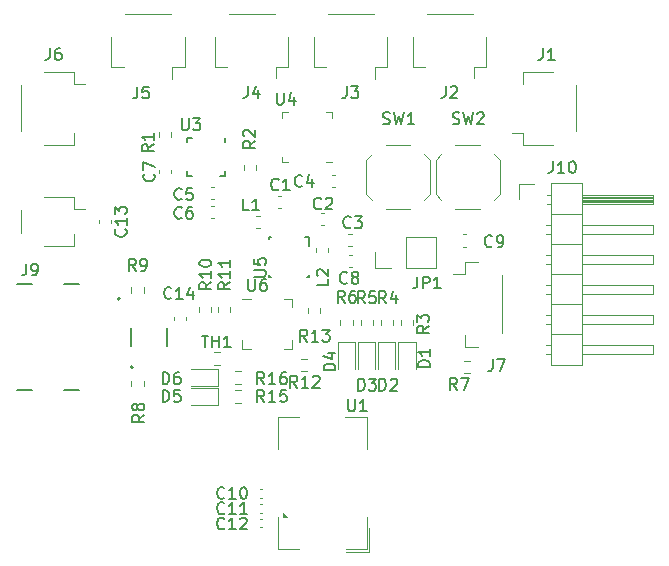
<source format=gbr>
%TF.GenerationSoftware,KiCad,Pcbnew,7.0.10*%
%TF.CreationDate,2024-04-19T21:49:06+08:00*%
%TF.ProjectId,MyProject1_4,4d795072-6f6a-4656-9374-315f342e6b69,rev?*%
%TF.SameCoordinates,Original*%
%TF.FileFunction,Legend,Top*%
%TF.FilePolarity,Positive*%
%FSLAX46Y46*%
G04 Gerber Fmt 4.6, Leading zero omitted, Abs format (unit mm)*
G04 Created by KiCad (PCBNEW 7.0.10) date 2024-04-19 21:49:06*
%MOMM*%
%LPD*%
G01*
G04 APERTURE LIST*
%ADD10C,0.150000*%
%ADD11C,0.120000*%
%ADD12C,0.127000*%
%ADD13C,0.200000*%
G04 APERTURE END LIST*
D10*
X73961666Y-52114819D02*
X73961666Y-52829104D01*
X73961666Y-52829104D02*
X73914047Y-52971961D01*
X73914047Y-52971961D02*
X73818809Y-53067200D01*
X73818809Y-53067200D02*
X73675952Y-53114819D01*
X73675952Y-53114819D02*
X73580714Y-53114819D01*
X74866428Y-52114819D02*
X74675952Y-52114819D01*
X74675952Y-52114819D02*
X74580714Y-52162438D01*
X74580714Y-52162438D02*
X74533095Y-52210057D01*
X74533095Y-52210057D02*
X74437857Y-52352914D01*
X74437857Y-52352914D02*
X74390238Y-52543390D01*
X74390238Y-52543390D02*
X74390238Y-52924342D01*
X74390238Y-52924342D02*
X74437857Y-53019580D01*
X74437857Y-53019580D02*
X74485476Y-53067200D01*
X74485476Y-53067200D02*
X74580714Y-53114819D01*
X74580714Y-53114819D02*
X74771190Y-53114819D01*
X74771190Y-53114819D02*
X74866428Y-53067200D01*
X74866428Y-53067200D02*
X74914047Y-53019580D01*
X74914047Y-53019580D02*
X74961666Y-52924342D01*
X74961666Y-52924342D02*
X74961666Y-52686247D01*
X74961666Y-52686247D02*
X74914047Y-52591009D01*
X74914047Y-52591009D02*
X74866428Y-52543390D01*
X74866428Y-52543390D02*
X74771190Y-52495771D01*
X74771190Y-52495771D02*
X74580714Y-52495771D01*
X74580714Y-52495771D02*
X74485476Y-52543390D01*
X74485476Y-52543390D02*
X74437857Y-52591009D01*
X74437857Y-52591009D02*
X74390238Y-52686247D01*
X101861905Y-81104819D02*
X101861905Y-80104819D01*
X101861905Y-80104819D02*
X102100000Y-80104819D01*
X102100000Y-80104819D02*
X102242857Y-80152438D01*
X102242857Y-80152438D02*
X102338095Y-80247676D01*
X102338095Y-80247676D02*
X102385714Y-80342914D01*
X102385714Y-80342914D02*
X102433333Y-80533390D01*
X102433333Y-80533390D02*
X102433333Y-80676247D01*
X102433333Y-80676247D02*
X102385714Y-80866723D01*
X102385714Y-80866723D02*
X102338095Y-80961961D01*
X102338095Y-80961961D02*
X102242857Y-81057200D01*
X102242857Y-81057200D02*
X102100000Y-81104819D01*
X102100000Y-81104819D02*
X101861905Y-81104819D01*
X102814286Y-80200057D02*
X102861905Y-80152438D01*
X102861905Y-80152438D02*
X102957143Y-80104819D01*
X102957143Y-80104819D02*
X103195238Y-80104819D01*
X103195238Y-80104819D02*
X103290476Y-80152438D01*
X103290476Y-80152438D02*
X103338095Y-80200057D01*
X103338095Y-80200057D02*
X103385714Y-80295295D01*
X103385714Y-80295295D02*
X103385714Y-80390533D01*
X103385714Y-80390533D02*
X103338095Y-80533390D01*
X103338095Y-80533390D02*
X102766667Y-81104819D01*
X102766667Y-81104819D02*
X103385714Y-81104819D01*
X88755142Y-92769580D02*
X88707523Y-92817200D01*
X88707523Y-92817200D02*
X88564666Y-92864819D01*
X88564666Y-92864819D02*
X88469428Y-92864819D01*
X88469428Y-92864819D02*
X88326571Y-92817200D01*
X88326571Y-92817200D02*
X88231333Y-92721961D01*
X88231333Y-92721961D02*
X88183714Y-92626723D01*
X88183714Y-92626723D02*
X88136095Y-92436247D01*
X88136095Y-92436247D02*
X88136095Y-92293390D01*
X88136095Y-92293390D02*
X88183714Y-92102914D01*
X88183714Y-92102914D02*
X88231333Y-92007676D01*
X88231333Y-92007676D02*
X88326571Y-91912438D01*
X88326571Y-91912438D02*
X88469428Y-91864819D01*
X88469428Y-91864819D02*
X88564666Y-91864819D01*
X88564666Y-91864819D02*
X88707523Y-91912438D01*
X88707523Y-91912438D02*
X88755142Y-91960057D01*
X89707523Y-92864819D02*
X89136095Y-92864819D01*
X89421809Y-92864819D02*
X89421809Y-91864819D01*
X89421809Y-91864819D02*
X89326571Y-92007676D01*
X89326571Y-92007676D02*
X89231333Y-92102914D01*
X89231333Y-92102914D02*
X89136095Y-92150533D01*
X90088476Y-91960057D02*
X90136095Y-91912438D01*
X90136095Y-91912438D02*
X90231333Y-91864819D01*
X90231333Y-91864819D02*
X90469428Y-91864819D01*
X90469428Y-91864819D02*
X90564666Y-91912438D01*
X90564666Y-91912438D02*
X90612285Y-91960057D01*
X90612285Y-91960057D02*
X90659904Y-92055295D01*
X90659904Y-92055295D02*
X90659904Y-92150533D01*
X90659904Y-92150533D02*
X90612285Y-92293390D01*
X90612285Y-92293390D02*
X90040857Y-92864819D01*
X90040857Y-92864819D02*
X90659904Y-92864819D01*
X85133333Y-64859580D02*
X85085714Y-64907200D01*
X85085714Y-64907200D02*
X84942857Y-64954819D01*
X84942857Y-64954819D02*
X84847619Y-64954819D01*
X84847619Y-64954819D02*
X84704762Y-64907200D01*
X84704762Y-64907200D02*
X84609524Y-64811961D01*
X84609524Y-64811961D02*
X84561905Y-64716723D01*
X84561905Y-64716723D02*
X84514286Y-64526247D01*
X84514286Y-64526247D02*
X84514286Y-64383390D01*
X84514286Y-64383390D02*
X84561905Y-64192914D01*
X84561905Y-64192914D02*
X84609524Y-64097676D01*
X84609524Y-64097676D02*
X84704762Y-64002438D01*
X84704762Y-64002438D02*
X84847619Y-63954819D01*
X84847619Y-63954819D02*
X84942857Y-63954819D01*
X84942857Y-63954819D02*
X85085714Y-64002438D01*
X85085714Y-64002438D02*
X85133333Y-64050057D01*
X86038095Y-63954819D02*
X85561905Y-63954819D01*
X85561905Y-63954819D02*
X85514286Y-64431009D01*
X85514286Y-64431009D02*
X85561905Y-64383390D01*
X85561905Y-64383390D02*
X85657143Y-64335771D01*
X85657143Y-64335771D02*
X85895238Y-64335771D01*
X85895238Y-64335771D02*
X85990476Y-64383390D01*
X85990476Y-64383390D02*
X86038095Y-64431009D01*
X86038095Y-64431009D02*
X86085714Y-64526247D01*
X86085714Y-64526247D02*
X86085714Y-64764342D01*
X86085714Y-64764342D02*
X86038095Y-64859580D01*
X86038095Y-64859580D02*
X85990476Y-64907200D01*
X85990476Y-64907200D02*
X85895238Y-64954819D01*
X85895238Y-64954819D02*
X85657143Y-64954819D01*
X85657143Y-64954819D02*
X85561905Y-64907200D01*
X85561905Y-64907200D02*
X85514286Y-64859580D01*
X81381666Y-55367819D02*
X81381666Y-56082104D01*
X81381666Y-56082104D02*
X81334047Y-56224961D01*
X81334047Y-56224961D02*
X81238809Y-56320200D01*
X81238809Y-56320200D02*
X81095952Y-56367819D01*
X81095952Y-56367819D02*
X81000714Y-56367819D01*
X82334047Y-55367819D02*
X81857857Y-55367819D01*
X81857857Y-55367819D02*
X81810238Y-55844009D01*
X81810238Y-55844009D02*
X81857857Y-55796390D01*
X81857857Y-55796390D02*
X81953095Y-55748771D01*
X81953095Y-55748771D02*
X82191190Y-55748771D01*
X82191190Y-55748771D02*
X82286428Y-55796390D01*
X82286428Y-55796390D02*
X82334047Y-55844009D01*
X82334047Y-55844009D02*
X82381666Y-55939247D01*
X82381666Y-55939247D02*
X82381666Y-56177342D01*
X82381666Y-56177342D02*
X82334047Y-56272580D01*
X82334047Y-56272580D02*
X82286428Y-56320200D01*
X82286428Y-56320200D02*
X82191190Y-56367819D01*
X82191190Y-56367819D02*
X81953095Y-56367819D01*
X81953095Y-56367819D02*
X81857857Y-56320200D01*
X81857857Y-56320200D02*
X81810238Y-56272580D01*
X80372580Y-67444857D02*
X80420200Y-67492476D01*
X80420200Y-67492476D02*
X80467819Y-67635333D01*
X80467819Y-67635333D02*
X80467819Y-67730571D01*
X80467819Y-67730571D02*
X80420200Y-67873428D01*
X80420200Y-67873428D02*
X80324961Y-67968666D01*
X80324961Y-67968666D02*
X80229723Y-68016285D01*
X80229723Y-68016285D02*
X80039247Y-68063904D01*
X80039247Y-68063904D02*
X79896390Y-68063904D01*
X79896390Y-68063904D02*
X79705914Y-68016285D01*
X79705914Y-68016285D02*
X79610676Y-67968666D01*
X79610676Y-67968666D02*
X79515438Y-67873428D01*
X79515438Y-67873428D02*
X79467819Y-67730571D01*
X79467819Y-67730571D02*
X79467819Y-67635333D01*
X79467819Y-67635333D02*
X79515438Y-67492476D01*
X79515438Y-67492476D02*
X79563057Y-67444857D01*
X80467819Y-66492476D02*
X80467819Y-67063904D01*
X80467819Y-66778190D02*
X79467819Y-66778190D01*
X79467819Y-66778190D02*
X79610676Y-66873428D01*
X79610676Y-66873428D02*
X79705914Y-66968666D01*
X79705914Y-66968666D02*
X79753533Y-67063904D01*
X79467819Y-66159142D02*
X79467819Y-65540095D01*
X79467819Y-65540095D02*
X79848771Y-65873428D01*
X79848771Y-65873428D02*
X79848771Y-65730571D01*
X79848771Y-65730571D02*
X79896390Y-65635333D01*
X79896390Y-65635333D02*
X79944009Y-65587714D01*
X79944009Y-65587714D02*
X80039247Y-65540095D01*
X80039247Y-65540095D02*
X80277342Y-65540095D01*
X80277342Y-65540095D02*
X80372580Y-65587714D01*
X80372580Y-65587714D02*
X80420200Y-65635333D01*
X80420200Y-65635333D02*
X80467819Y-65730571D01*
X80467819Y-65730571D02*
X80467819Y-66016285D01*
X80467819Y-66016285D02*
X80420200Y-66111523D01*
X80420200Y-66111523D02*
X80372580Y-66159142D01*
X83511905Y-82054819D02*
X83511905Y-81054819D01*
X83511905Y-81054819D02*
X83750000Y-81054819D01*
X83750000Y-81054819D02*
X83892857Y-81102438D01*
X83892857Y-81102438D02*
X83988095Y-81197676D01*
X83988095Y-81197676D02*
X84035714Y-81292914D01*
X84035714Y-81292914D02*
X84083333Y-81483390D01*
X84083333Y-81483390D02*
X84083333Y-81626247D01*
X84083333Y-81626247D02*
X84035714Y-81816723D01*
X84035714Y-81816723D02*
X83988095Y-81911961D01*
X83988095Y-81911961D02*
X83892857Y-82007200D01*
X83892857Y-82007200D02*
X83750000Y-82054819D01*
X83750000Y-82054819D02*
X83511905Y-82054819D01*
X84988095Y-81054819D02*
X84511905Y-81054819D01*
X84511905Y-81054819D02*
X84464286Y-81531009D01*
X84464286Y-81531009D02*
X84511905Y-81483390D01*
X84511905Y-81483390D02*
X84607143Y-81435771D01*
X84607143Y-81435771D02*
X84845238Y-81435771D01*
X84845238Y-81435771D02*
X84940476Y-81483390D01*
X84940476Y-81483390D02*
X84988095Y-81531009D01*
X84988095Y-81531009D02*
X85035714Y-81626247D01*
X85035714Y-81626247D02*
X85035714Y-81864342D01*
X85035714Y-81864342D02*
X84988095Y-81959580D01*
X84988095Y-81959580D02*
X84940476Y-82007200D01*
X84940476Y-82007200D02*
X84845238Y-82054819D01*
X84845238Y-82054819D02*
X84607143Y-82054819D01*
X84607143Y-82054819D02*
X84511905Y-82007200D01*
X84511905Y-82007200D02*
X84464286Y-81959580D01*
X88755142Y-90169580D02*
X88707523Y-90217200D01*
X88707523Y-90217200D02*
X88564666Y-90264819D01*
X88564666Y-90264819D02*
X88469428Y-90264819D01*
X88469428Y-90264819D02*
X88326571Y-90217200D01*
X88326571Y-90217200D02*
X88231333Y-90121961D01*
X88231333Y-90121961D02*
X88183714Y-90026723D01*
X88183714Y-90026723D02*
X88136095Y-89836247D01*
X88136095Y-89836247D02*
X88136095Y-89693390D01*
X88136095Y-89693390D02*
X88183714Y-89502914D01*
X88183714Y-89502914D02*
X88231333Y-89407676D01*
X88231333Y-89407676D02*
X88326571Y-89312438D01*
X88326571Y-89312438D02*
X88469428Y-89264819D01*
X88469428Y-89264819D02*
X88564666Y-89264819D01*
X88564666Y-89264819D02*
X88707523Y-89312438D01*
X88707523Y-89312438D02*
X88755142Y-89360057D01*
X89707523Y-90264819D02*
X89136095Y-90264819D01*
X89421809Y-90264819D02*
X89421809Y-89264819D01*
X89421809Y-89264819D02*
X89326571Y-89407676D01*
X89326571Y-89407676D02*
X89231333Y-89502914D01*
X89231333Y-89502914D02*
X89136095Y-89550533D01*
X90326571Y-89264819D02*
X90421809Y-89264819D01*
X90421809Y-89264819D02*
X90517047Y-89312438D01*
X90517047Y-89312438D02*
X90564666Y-89360057D01*
X90564666Y-89360057D02*
X90612285Y-89455295D01*
X90612285Y-89455295D02*
X90659904Y-89645771D01*
X90659904Y-89645771D02*
X90659904Y-89883866D01*
X90659904Y-89883866D02*
X90612285Y-90074342D01*
X90612285Y-90074342D02*
X90564666Y-90169580D01*
X90564666Y-90169580D02*
X90517047Y-90217200D01*
X90517047Y-90217200D02*
X90421809Y-90264819D01*
X90421809Y-90264819D02*
X90326571Y-90264819D01*
X90326571Y-90264819D02*
X90231333Y-90217200D01*
X90231333Y-90217200D02*
X90183714Y-90169580D01*
X90183714Y-90169580D02*
X90136095Y-90074342D01*
X90136095Y-90074342D02*
X90088476Y-89883866D01*
X90088476Y-89883866D02*
X90088476Y-89645771D01*
X90088476Y-89645771D02*
X90136095Y-89455295D01*
X90136095Y-89455295D02*
X90183714Y-89360057D01*
X90183714Y-89360057D02*
X90231333Y-89312438D01*
X90231333Y-89312438D02*
X90326571Y-89264819D01*
X99133333Y-71959580D02*
X99085714Y-72007200D01*
X99085714Y-72007200D02*
X98942857Y-72054819D01*
X98942857Y-72054819D02*
X98847619Y-72054819D01*
X98847619Y-72054819D02*
X98704762Y-72007200D01*
X98704762Y-72007200D02*
X98609524Y-71911961D01*
X98609524Y-71911961D02*
X98561905Y-71816723D01*
X98561905Y-71816723D02*
X98514286Y-71626247D01*
X98514286Y-71626247D02*
X98514286Y-71483390D01*
X98514286Y-71483390D02*
X98561905Y-71292914D01*
X98561905Y-71292914D02*
X98609524Y-71197676D01*
X98609524Y-71197676D02*
X98704762Y-71102438D01*
X98704762Y-71102438D02*
X98847619Y-71054819D01*
X98847619Y-71054819D02*
X98942857Y-71054819D01*
X98942857Y-71054819D02*
X99085714Y-71102438D01*
X99085714Y-71102438D02*
X99133333Y-71150057D01*
X99704762Y-71483390D02*
X99609524Y-71435771D01*
X99609524Y-71435771D02*
X99561905Y-71388152D01*
X99561905Y-71388152D02*
X99514286Y-71292914D01*
X99514286Y-71292914D02*
X99514286Y-71245295D01*
X99514286Y-71245295D02*
X99561905Y-71150057D01*
X99561905Y-71150057D02*
X99609524Y-71102438D01*
X99609524Y-71102438D02*
X99704762Y-71054819D01*
X99704762Y-71054819D02*
X99895238Y-71054819D01*
X99895238Y-71054819D02*
X99990476Y-71102438D01*
X99990476Y-71102438D02*
X100038095Y-71150057D01*
X100038095Y-71150057D02*
X100085714Y-71245295D01*
X100085714Y-71245295D02*
X100085714Y-71292914D01*
X100085714Y-71292914D02*
X100038095Y-71388152D01*
X100038095Y-71388152D02*
X99990476Y-71435771D01*
X99990476Y-71435771D02*
X99895238Y-71483390D01*
X99895238Y-71483390D02*
X99704762Y-71483390D01*
X99704762Y-71483390D02*
X99609524Y-71531009D01*
X99609524Y-71531009D02*
X99561905Y-71578628D01*
X99561905Y-71578628D02*
X99514286Y-71673866D01*
X99514286Y-71673866D02*
X99514286Y-71864342D01*
X99514286Y-71864342D02*
X99561905Y-71959580D01*
X99561905Y-71959580D02*
X99609524Y-72007200D01*
X99609524Y-72007200D02*
X99704762Y-72054819D01*
X99704762Y-72054819D02*
X99895238Y-72054819D01*
X99895238Y-72054819D02*
X99990476Y-72007200D01*
X99990476Y-72007200D02*
X100038095Y-71959580D01*
X100038095Y-71959580D02*
X100085714Y-71864342D01*
X100085714Y-71864342D02*
X100085714Y-71673866D01*
X100085714Y-71673866D02*
X100038095Y-71578628D01*
X100038095Y-71578628D02*
X99990476Y-71531009D01*
X99990476Y-71531009D02*
X99895238Y-71483390D01*
X81954819Y-83166666D02*
X81478628Y-83499999D01*
X81954819Y-83738094D02*
X80954819Y-83738094D01*
X80954819Y-83738094D02*
X80954819Y-83357142D01*
X80954819Y-83357142D02*
X81002438Y-83261904D01*
X81002438Y-83261904D02*
X81050057Y-83214285D01*
X81050057Y-83214285D02*
X81145295Y-83166666D01*
X81145295Y-83166666D02*
X81288152Y-83166666D01*
X81288152Y-83166666D02*
X81383390Y-83214285D01*
X81383390Y-83214285D02*
X81431009Y-83261904D01*
X81431009Y-83261904D02*
X81478628Y-83357142D01*
X81478628Y-83357142D02*
X81478628Y-83738094D01*
X81383390Y-82595237D02*
X81335771Y-82690475D01*
X81335771Y-82690475D02*
X81288152Y-82738094D01*
X81288152Y-82738094D02*
X81192914Y-82785713D01*
X81192914Y-82785713D02*
X81145295Y-82785713D01*
X81145295Y-82785713D02*
X81050057Y-82738094D01*
X81050057Y-82738094D02*
X81002438Y-82690475D01*
X81002438Y-82690475D02*
X80954819Y-82595237D01*
X80954819Y-82595237D02*
X80954819Y-82404761D01*
X80954819Y-82404761D02*
X81002438Y-82309523D01*
X81002438Y-82309523D02*
X81050057Y-82261904D01*
X81050057Y-82261904D02*
X81145295Y-82214285D01*
X81145295Y-82214285D02*
X81192914Y-82214285D01*
X81192914Y-82214285D02*
X81288152Y-82261904D01*
X81288152Y-82261904D02*
X81335771Y-82309523D01*
X81335771Y-82309523D02*
X81383390Y-82404761D01*
X81383390Y-82404761D02*
X81383390Y-82595237D01*
X81383390Y-82595237D02*
X81431009Y-82690475D01*
X81431009Y-82690475D02*
X81478628Y-82738094D01*
X81478628Y-82738094D02*
X81573866Y-82785713D01*
X81573866Y-82785713D02*
X81764342Y-82785713D01*
X81764342Y-82785713D02*
X81859580Y-82738094D01*
X81859580Y-82738094D02*
X81907200Y-82690475D01*
X81907200Y-82690475D02*
X81954819Y-82595237D01*
X81954819Y-82595237D02*
X81954819Y-82404761D01*
X81954819Y-82404761D02*
X81907200Y-82309523D01*
X81907200Y-82309523D02*
X81859580Y-82261904D01*
X81859580Y-82261904D02*
X81764342Y-82214285D01*
X81764342Y-82214285D02*
X81573866Y-82214285D01*
X81573866Y-82214285D02*
X81478628Y-82261904D01*
X81478628Y-82261904D02*
X81431009Y-82309523D01*
X81431009Y-82309523D02*
X81383390Y-82404761D01*
X99238095Y-81854819D02*
X99238095Y-82664342D01*
X99238095Y-82664342D02*
X99285714Y-82759580D01*
X99285714Y-82759580D02*
X99333333Y-82807200D01*
X99333333Y-82807200D02*
X99428571Y-82854819D01*
X99428571Y-82854819D02*
X99619047Y-82854819D01*
X99619047Y-82854819D02*
X99714285Y-82807200D01*
X99714285Y-82807200D02*
X99761904Y-82759580D01*
X99761904Y-82759580D02*
X99809523Y-82664342D01*
X99809523Y-82664342D02*
X99809523Y-81854819D01*
X100809523Y-82854819D02*
X100238095Y-82854819D01*
X100523809Y-82854819D02*
X100523809Y-81854819D01*
X100523809Y-81854819D02*
X100428571Y-81997676D01*
X100428571Y-81997676D02*
X100333333Y-82092914D01*
X100333333Y-82092914D02*
X100238095Y-82140533D01*
X93188095Y-55892319D02*
X93188095Y-56701842D01*
X93188095Y-56701842D02*
X93235714Y-56797080D01*
X93235714Y-56797080D02*
X93283333Y-56844700D01*
X93283333Y-56844700D02*
X93378571Y-56892319D01*
X93378571Y-56892319D02*
X93569047Y-56892319D01*
X93569047Y-56892319D02*
X93664285Y-56844700D01*
X93664285Y-56844700D02*
X93711904Y-56797080D01*
X93711904Y-56797080D02*
X93759523Y-56701842D01*
X93759523Y-56701842D02*
X93759523Y-55892319D01*
X94664285Y-56225652D02*
X94664285Y-56892319D01*
X94426190Y-55844700D02*
X94188095Y-56558985D01*
X94188095Y-56558985D02*
X94807142Y-56558985D01*
X71966666Y-70354819D02*
X71966666Y-71069104D01*
X71966666Y-71069104D02*
X71919047Y-71211961D01*
X71919047Y-71211961D02*
X71823809Y-71307200D01*
X71823809Y-71307200D02*
X71680952Y-71354819D01*
X71680952Y-71354819D02*
X71585714Y-71354819D01*
X72490476Y-71354819D02*
X72680952Y-71354819D01*
X72680952Y-71354819D02*
X72776190Y-71307200D01*
X72776190Y-71307200D02*
X72823809Y-71259580D01*
X72823809Y-71259580D02*
X72919047Y-71116723D01*
X72919047Y-71116723D02*
X72966666Y-70926247D01*
X72966666Y-70926247D02*
X72966666Y-70545295D01*
X72966666Y-70545295D02*
X72919047Y-70450057D01*
X72919047Y-70450057D02*
X72871428Y-70402438D01*
X72871428Y-70402438D02*
X72776190Y-70354819D01*
X72776190Y-70354819D02*
X72585714Y-70354819D01*
X72585714Y-70354819D02*
X72490476Y-70402438D01*
X72490476Y-70402438D02*
X72442857Y-70450057D01*
X72442857Y-70450057D02*
X72395238Y-70545295D01*
X72395238Y-70545295D02*
X72395238Y-70783390D01*
X72395238Y-70783390D02*
X72442857Y-70878628D01*
X72442857Y-70878628D02*
X72490476Y-70926247D01*
X72490476Y-70926247D02*
X72585714Y-70973866D01*
X72585714Y-70973866D02*
X72776190Y-70973866D01*
X72776190Y-70973866D02*
X72871428Y-70926247D01*
X72871428Y-70926247D02*
X72919047Y-70878628D01*
X72919047Y-70878628D02*
X72966666Y-70783390D01*
X85133333Y-66459580D02*
X85085714Y-66507200D01*
X85085714Y-66507200D02*
X84942857Y-66554819D01*
X84942857Y-66554819D02*
X84847619Y-66554819D01*
X84847619Y-66554819D02*
X84704762Y-66507200D01*
X84704762Y-66507200D02*
X84609524Y-66411961D01*
X84609524Y-66411961D02*
X84561905Y-66316723D01*
X84561905Y-66316723D02*
X84514286Y-66126247D01*
X84514286Y-66126247D02*
X84514286Y-65983390D01*
X84514286Y-65983390D02*
X84561905Y-65792914D01*
X84561905Y-65792914D02*
X84609524Y-65697676D01*
X84609524Y-65697676D02*
X84704762Y-65602438D01*
X84704762Y-65602438D02*
X84847619Y-65554819D01*
X84847619Y-65554819D02*
X84942857Y-65554819D01*
X84942857Y-65554819D02*
X85085714Y-65602438D01*
X85085714Y-65602438D02*
X85133333Y-65650057D01*
X85990476Y-65554819D02*
X85800000Y-65554819D01*
X85800000Y-65554819D02*
X85704762Y-65602438D01*
X85704762Y-65602438D02*
X85657143Y-65650057D01*
X85657143Y-65650057D02*
X85561905Y-65792914D01*
X85561905Y-65792914D02*
X85514286Y-65983390D01*
X85514286Y-65983390D02*
X85514286Y-66364342D01*
X85514286Y-66364342D02*
X85561905Y-66459580D01*
X85561905Y-66459580D02*
X85609524Y-66507200D01*
X85609524Y-66507200D02*
X85704762Y-66554819D01*
X85704762Y-66554819D02*
X85895238Y-66554819D01*
X85895238Y-66554819D02*
X85990476Y-66507200D01*
X85990476Y-66507200D02*
X86038095Y-66459580D01*
X86038095Y-66459580D02*
X86085714Y-66364342D01*
X86085714Y-66364342D02*
X86085714Y-66126247D01*
X86085714Y-66126247D02*
X86038095Y-66031009D01*
X86038095Y-66031009D02*
X85990476Y-65983390D01*
X85990476Y-65983390D02*
X85895238Y-65935771D01*
X85895238Y-65935771D02*
X85704762Y-65935771D01*
X85704762Y-65935771D02*
X85609524Y-65983390D01*
X85609524Y-65983390D02*
X85561905Y-66031009D01*
X85561905Y-66031009D02*
X85514286Y-66126247D01*
X93333333Y-64059580D02*
X93285714Y-64107200D01*
X93285714Y-64107200D02*
X93142857Y-64154819D01*
X93142857Y-64154819D02*
X93047619Y-64154819D01*
X93047619Y-64154819D02*
X92904762Y-64107200D01*
X92904762Y-64107200D02*
X92809524Y-64011961D01*
X92809524Y-64011961D02*
X92761905Y-63916723D01*
X92761905Y-63916723D02*
X92714286Y-63726247D01*
X92714286Y-63726247D02*
X92714286Y-63583390D01*
X92714286Y-63583390D02*
X92761905Y-63392914D01*
X92761905Y-63392914D02*
X92809524Y-63297676D01*
X92809524Y-63297676D02*
X92904762Y-63202438D01*
X92904762Y-63202438D02*
X93047619Y-63154819D01*
X93047619Y-63154819D02*
X93142857Y-63154819D01*
X93142857Y-63154819D02*
X93285714Y-63202438D01*
X93285714Y-63202438D02*
X93333333Y-63250057D01*
X94285714Y-64154819D02*
X93714286Y-64154819D01*
X94000000Y-64154819D02*
X94000000Y-63154819D01*
X94000000Y-63154819D02*
X93904762Y-63297676D01*
X93904762Y-63297676D02*
X93809524Y-63392914D01*
X93809524Y-63392914D02*
X93714286Y-63440533D01*
X107483666Y-55334819D02*
X107483666Y-56049104D01*
X107483666Y-56049104D02*
X107436047Y-56191961D01*
X107436047Y-56191961D02*
X107340809Y-56287200D01*
X107340809Y-56287200D02*
X107197952Y-56334819D01*
X107197952Y-56334819D02*
X107102714Y-56334819D01*
X107912238Y-55430057D02*
X107959857Y-55382438D01*
X107959857Y-55382438D02*
X108055095Y-55334819D01*
X108055095Y-55334819D02*
X108293190Y-55334819D01*
X108293190Y-55334819D02*
X108388428Y-55382438D01*
X108388428Y-55382438D02*
X108436047Y-55430057D01*
X108436047Y-55430057D02*
X108483666Y-55525295D01*
X108483666Y-55525295D02*
X108483666Y-55620533D01*
X108483666Y-55620533D02*
X108436047Y-55763390D01*
X108436047Y-55763390D02*
X107864619Y-56334819D01*
X107864619Y-56334819D02*
X108483666Y-56334819D01*
X84257142Y-73259580D02*
X84209523Y-73307200D01*
X84209523Y-73307200D02*
X84066666Y-73354819D01*
X84066666Y-73354819D02*
X83971428Y-73354819D01*
X83971428Y-73354819D02*
X83828571Y-73307200D01*
X83828571Y-73307200D02*
X83733333Y-73211961D01*
X83733333Y-73211961D02*
X83685714Y-73116723D01*
X83685714Y-73116723D02*
X83638095Y-72926247D01*
X83638095Y-72926247D02*
X83638095Y-72783390D01*
X83638095Y-72783390D02*
X83685714Y-72592914D01*
X83685714Y-72592914D02*
X83733333Y-72497676D01*
X83733333Y-72497676D02*
X83828571Y-72402438D01*
X83828571Y-72402438D02*
X83971428Y-72354819D01*
X83971428Y-72354819D02*
X84066666Y-72354819D01*
X84066666Y-72354819D02*
X84209523Y-72402438D01*
X84209523Y-72402438D02*
X84257142Y-72450057D01*
X85209523Y-73354819D02*
X84638095Y-73354819D01*
X84923809Y-73354819D02*
X84923809Y-72354819D01*
X84923809Y-72354819D02*
X84828571Y-72497676D01*
X84828571Y-72497676D02*
X84733333Y-72592914D01*
X84733333Y-72592914D02*
X84638095Y-72640533D01*
X86066666Y-72688152D02*
X86066666Y-73354819D01*
X85828571Y-72307200D02*
X85590476Y-73021485D01*
X85590476Y-73021485D02*
X86209523Y-73021485D01*
X105066666Y-71454819D02*
X105066666Y-72169104D01*
X105066666Y-72169104D02*
X105019047Y-72311961D01*
X105019047Y-72311961D02*
X104923809Y-72407200D01*
X104923809Y-72407200D02*
X104780952Y-72454819D01*
X104780952Y-72454819D02*
X104685714Y-72454819D01*
X105542857Y-72454819D02*
X105542857Y-71454819D01*
X105542857Y-71454819D02*
X105923809Y-71454819D01*
X105923809Y-71454819D02*
X106019047Y-71502438D01*
X106019047Y-71502438D02*
X106066666Y-71550057D01*
X106066666Y-71550057D02*
X106114285Y-71645295D01*
X106114285Y-71645295D02*
X106114285Y-71788152D01*
X106114285Y-71788152D02*
X106066666Y-71883390D01*
X106066666Y-71883390D02*
X106019047Y-71931009D01*
X106019047Y-71931009D02*
X105923809Y-71978628D01*
X105923809Y-71978628D02*
X105542857Y-71978628D01*
X107066666Y-72454819D02*
X106495238Y-72454819D01*
X106780952Y-72454819D02*
X106780952Y-71454819D01*
X106780952Y-71454819D02*
X106685714Y-71597676D01*
X106685714Y-71597676D02*
X106590476Y-71692914D01*
X106590476Y-71692914D02*
X106495238Y-71740533D01*
X106054819Y-75616666D02*
X105578628Y-75949999D01*
X106054819Y-76188094D02*
X105054819Y-76188094D01*
X105054819Y-76188094D02*
X105054819Y-75807142D01*
X105054819Y-75807142D02*
X105102438Y-75711904D01*
X105102438Y-75711904D02*
X105150057Y-75664285D01*
X105150057Y-75664285D02*
X105245295Y-75616666D01*
X105245295Y-75616666D02*
X105388152Y-75616666D01*
X105388152Y-75616666D02*
X105483390Y-75664285D01*
X105483390Y-75664285D02*
X105531009Y-75711904D01*
X105531009Y-75711904D02*
X105578628Y-75807142D01*
X105578628Y-75807142D02*
X105578628Y-76188094D01*
X105054819Y-75283332D02*
X105054819Y-74664285D01*
X105054819Y-74664285D02*
X105435771Y-74997618D01*
X105435771Y-74997618D02*
X105435771Y-74854761D01*
X105435771Y-74854761D02*
X105483390Y-74759523D01*
X105483390Y-74759523D02*
X105531009Y-74711904D01*
X105531009Y-74711904D02*
X105626247Y-74664285D01*
X105626247Y-74664285D02*
X105864342Y-74664285D01*
X105864342Y-74664285D02*
X105959580Y-74711904D01*
X105959580Y-74711904D02*
X106007200Y-74759523D01*
X106007200Y-74759523D02*
X106054819Y-74854761D01*
X106054819Y-74854761D02*
X106054819Y-75140475D01*
X106054819Y-75140475D02*
X106007200Y-75235713D01*
X106007200Y-75235713D02*
X105959580Y-75283332D01*
X94907142Y-80854819D02*
X94573809Y-80378628D01*
X94335714Y-80854819D02*
X94335714Y-79854819D01*
X94335714Y-79854819D02*
X94716666Y-79854819D01*
X94716666Y-79854819D02*
X94811904Y-79902438D01*
X94811904Y-79902438D02*
X94859523Y-79950057D01*
X94859523Y-79950057D02*
X94907142Y-80045295D01*
X94907142Y-80045295D02*
X94907142Y-80188152D01*
X94907142Y-80188152D02*
X94859523Y-80283390D01*
X94859523Y-80283390D02*
X94811904Y-80331009D01*
X94811904Y-80331009D02*
X94716666Y-80378628D01*
X94716666Y-80378628D02*
X94335714Y-80378628D01*
X95859523Y-80854819D02*
X95288095Y-80854819D01*
X95573809Y-80854819D02*
X95573809Y-79854819D01*
X95573809Y-79854819D02*
X95478571Y-79997676D01*
X95478571Y-79997676D02*
X95383333Y-80092914D01*
X95383333Y-80092914D02*
X95288095Y-80140533D01*
X96240476Y-79950057D02*
X96288095Y-79902438D01*
X96288095Y-79902438D02*
X96383333Y-79854819D01*
X96383333Y-79854819D02*
X96621428Y-79854819D01*
X96621428Y-79854819D02*
X96716666Y-79902438D01*
X96716666Y-79902438D02*
X96764285Y-79950057D01*
X96764285Y-79950057D02*
X96811904Y-80045295D01*
X96811904Y-80045295D02*
X96811904Y-80140533D01*
X96811904Y-80140533D02*
X96764285Y-80283390D01*
X96764285Y-80283390D02*
X96192857Y-80854819D01*
X96192857Y-80854819D02*
X96811904Y-80854819D01*
X83511905Y-80554819D02*
X83511905Y-79554819D01*
X83511905Y-79554819D02*
X83750000Y-79554819D01*
X83750000Y-79554819D02*
X83892857Y-79602438D01*
X83892857Y-79602438D02*
X83988095Y-79697676D01*
X83988095Y-79697676D02*
X84035714Y-79792914D01*
X84035714Y-79792914D02*
X84083333Y-79983390D01*
X84083333Y-79983390D02*
X84083333Y-80126247D01*
X84083333Y-80126247D02*
X84035714Y-80316723D01*
X84035714Y-80316723D02*
X83988095Y-80411961D01*
X83988095Y-80411961D02*
X83892857Y-80507200D01*
X83892857Y-80507200D02*
X83750000Y-80554819D01*
X83750000Y-80554819D02*
X83511905Y-80554819D01*
X84940476Y-79554819D02*
X84750000Y-79554819D01*
X84750000Y-79554819D02*
X84654762Y-79602438D01*
X84654762Y-79602438D02*
X84607143Y-79650057D01*
X84607143Y-79650057D02*
X84511905Y-79792914D01*
X84511905Y-79792914D02*
X84464286Y-79983390D01*
X84464286Y-79983390D02*
X84464286Y-80364342D01*
X84464286Y-80364342D02*
X84511905Y-80459580D01*
X84511905Y-80459580D02*
X84559524Y-80507200D01*
X84559524Y-80507200D02*
X84654762Y-80554819D01*
X84654762Y-80554819D02*
X84845238Y-80554819D01*
X84845238Y-80554819D02*
X84940476Y-80507200D01*
X84940476Y-80507200D02*
X84988095Y-80459580D01*
X84988095Y-80459580D02*
X85035714Y-80364342D01*
X85035714Y-80364342D02*
X85035714Y-80126247D01*
X85035714Y-80126247D02*
X84988095Y-80031009D01*
X84988095Y-80031009D02*
X84940476Y-79983390D01*
X84940476Y-79983390D02*
X84845238Y-79935771D01*
X84845238Y-79935771D02*
X84654762Y-79935771D01*
X84654762Y-79935771D02*
X84559524Y-79983390D01*
X84559524Y-79983390D02*
X84511905Y-80031009D01*
X84511905Y-80031009D02*
X84464286Y-80126247D01*
X100633333Y-73704819D02*
X100300000Y-73228628D01*
X100061905Y-73704819D02*
X100061905Y-72704819D01*
X100061905Y-72704819D02*
X100442857Y-72704819D01*
X100442857Y-72704819D02*
X100538095Y-72752438D01*
X100538095Y-72752438D02*
X100585714Y-72800057D01*
X100585714Y-72800057D02*
X100633333Y-72895295D01*
X100633333Y-72895295D02*
X100633333Y-73038152D01*
X100633333Y-73038152D02*
X100585714Y-73133390D01*
X100585714Y-73133390D02*
X100538095Y-73181009D01*
X100538095Y-73181009D02*
X100442857Y-73228628D01*
X100442857Y-73228628D02*
X100061905Y-73228628D01*
X101538095Y-72704819D02*
X101061905Y-72704819D01*
X101061905Y-72704819D02*
X101014286Y-73181009D01*
X101014286Y-73181009D02*
X101061905Y-73133390D01*
X101061905Y-73133390D02*
X101157143Y-73085771D01*
X101157143Y-73085771D02*
X101395238Y-73085771D01*
X101395238Y-73085771D02*
X101490476Y-73133390D01*
X101490476Y-73133390D02*
X101538095Y-73181009D01*
X101538095Y-73181009D02*
X101585714Y-73276247D01*
X101585714Y-73276247D02*
X101585714Y-73514342D01*
X101585714Y-73514342D02*
X101538095Y-73609580D01*
X101538095Y-73609580D02*
X101490476Y-73657200D01*
X101490476Y-73657200D02*
X101395238Y-73704819D01*
X101395238Y-73704819D02*
X101157143Y-73704819D01*
X101157143Y-73704819D02*
X101061905Y-73657200D01*
X101061905Y-73657200D02*
X101014286Y-73609580D01*
X115720666Y-52114819D02*
X115720666Y-52829104D01*
X115720666Y-52829104D02*
X115673047Y-52971961D01*
X115673047Y-52971961D02*
X115577809Y-53067200D01*
X115577809Y-53067200D02*
X115434952Y-53114819D01*
X115434952Y-53114819D02*
X115339714Y-53114819D01*
X116720666Y-53114819D02*
X116149238Y-53114819D01*
X116434952Y-53114819D02*
X116434952Y-52114819D01*
X116434952Y-52114819D02*
X116339714Y-52257676D01*
X116339714Y-52257676D02*
X116244476Y-52352914D01*
X116244476Y-52352914D02*
X116149238Y-52400533D01*
X116538476Y-61684819D02*
X116538476Y-62399104D01*
X116538476Y-62399104D02*
X116490857Y-62541961D01*
X116490857Y-62541961D02*
X116395619Y-62637200D01*
X116395619Y-62637200D02*
X116252762Y-62684819D01*
X116252762Y-62684819D02*
X116157524Y-62684819D01*
X117538476Y-62684819D02*
X116967048Y-62684819D01*
X117252762Y-62684819D02*
X117252762Y-61684819D01*
X117252762Y-61684819D02*
X117157524Y-61827676D01*
X117157524Y-61827676D02*
X117062286Y-61922914D01*
X117062286Y-61922914D02*
X116967048Y-61970533D01*
X118157524Y-61684819D02*
X118252762Y-61684819D01*
X118252762Y-61684819D02*
X118348000Y-61732438D01*
X118348000Y-61732438D02*
X118395619Y-61780057D01*
X118395619Y-61780057D02*
X118443238Y-61875295D01*
X118443238Y-61875295D02*
X118490857Y-62065771D01*
X118490857Y-62065771D02*
X118490857Y-62303866D01*
X118490857Y-62303866D02*
X118443238Y-62494342D01*
X118443238Y-62494342D02*
X118395619Y-62589580D01*
X118395619Y-62589580D02*
X118348000Y-62637200D01*
X118348000Y-62637200D02*
X118252762Y-62684819D01*
X118252762Y-62684819D02*
X118157524Y-62684819D01*
X118157524Y-62684819D02*
X118062286Y-62637200D01*
X118062286Y-62637200D02*
X118014667Y-62589580D01*
X118014667Y-62589580D02*
X117967048Y-62494342D01*
X117967048Y-62494342D02*
X117919429Y-62303866D01*
X117919429Y-62303866D02*
X117919429Y-62065771D01*
X117919429Y-62065771D02*
X117967048Y-61875295D01*
X117967048Y-61875295D02*
X118014667Y-61780057D01*
X118014667Y-61780057D02*
X118062286Y-61732438D01*
X118062286Y-61732438D02*
X118157524Y-61684819D01*
X92119642Y-82054819D02*
X91786309Y-81578628D01*
X91548214Y-82054819D02*
X91548214Y-81054819D01*
X91548214Y-81054819D02*
X91929166Y-81054819D01*
X91929166Y-81054819D02*
X92024404Y-81102438D01*
X92024404Y-81102438D02*
X92072023Y-81150057D01*
X92072023Y-81150057D02*
X92119642Y-81245295D01*
X92119642Y-81245295D02*
X92119642Y-81388152D01*
X92119642Y-81388152D02*
X92072023Y-81483390D01*
X92072023Y-81483390D02*
X92024404Y-81531009D01*
X92024404Y-81531009D02*
X91929166Y-81578628D01*
X91929166Y-81578628D02*
X91548214Y-81578628D01*
X93072023Y-82054819D02*
X92500595Y-82054819D01*
X92786309Y-82054819D02*
X92786309Y-81054819D01*
X92786309Y-81054819D02*
X92691071Y-81197676D01*
X92691071Y-81197676D02*
X92595833Y-81292914D01*
X92595833Y-81292914D02*
X92500595Y-81340533D01*
X93976785Y-81054819D02*
X93500595Y-81054819D01*
X93500595Y-81054819D02*
X93452976Y-81531009D01*
X93452976Y-81531009D02*
X93500595Y-81483390D01*
X93500595Y-81483390D02*
X93595833Y-81435771D01*
X93595833Y-81435771D02*
X93833928Y-81435771D01*
X93833928Y-81435771D02*
X93929166Y-81483390D01*
X93929166Y-81483390D02*
X93976785Y-81531009D01*
X93976785Y-81531009D02*
X94024404Y-81626247D01*
X94024404Y-81626247D02*
X94024404Y-81864342D01*
X94024404Y-81864342D02*
X93976785Y-81959580D01*
X93976785Y-81959580D02*
X93929166Y-82007200D01*
X93929166Y-82007200D02*
X93833928Y-82054819D01*
X93833928Y-82054819D02*
X93595833Y-82054819D01*
X93595833Y-82054819D02*
X93500595Y-82007200D01*
X93500595Y-82007200D02*
X93452976Y-81959580D01*
X81233333Y-70954819D02*
X80900000Y-70478628D01*
X80661905Y-70954819D02*
X80661905Y-69954819D01*
X80661905Y-69954819D02*
X81042857Y-69954819D01*
X81042857Y-69954819D02*
X81138095Y-70002438D01*
X81138095Y-70002438D02*
X81185714Y-70050057D01*
X81185714Y-70050057D02*
X81233333Y-70145295D01*
X81233333Y-70145295D02*
X81233333Y-70288152D01*
X81233333Y-70288152D02*
X81185714Y-70383390D01*
X81185714Y-70383390D02*
X81138095Y-70431009D01*
X81138095Y-70431009D02*
X81042857Y-70478628D01*
X81042857Y-70478628D02*
X80661905Y-70478628D01*
X81709524Y-70954819D02*
X81900000Y-70954819D01*
X81900000Y-70954819D02*
X81995238Y-70907200D01*
X81995238Y-70907200D02*
X82042857Y-70859580D01*
X82042857Y-70859580D02*
X82138095Y-70716723D01*
X82138095Y-70716723D02*
X82185714Y-70526247D01*
X82185714Y-70526247D02*
X82185714Y-70145295D01*
X82185714Y-70145295D02*
X82138095Y-70050057D01*
X82138095Y-70050057D02*
X82090476Y-70002438D01*
X82090476Y-70002438D02*
X81995238Y-69954819D01*
X81995238Y-69954819D02*
X81804762Y-69954819D01*
X81804762Y-69954819D02*
X81709524Y-70002438D01*
X81709524Y-70002438D02*
X81661905Y-70050057D01*
X81661905Y-70050057D02*
X81614286Y-70145295D01*
X81614286Y-70145295D02*
X81614286Y-70383390D01*
X81614286Y-70383390D02*
X81661905Y-70478628D01*
X81661905Y-70478628D02*
X81709524Y-70526247D01*
X81709524Y-70526247D02*
X81804762Y-70573866D01*
X81804762Y-70573866D02*
X81995238Y-70573866D01*
X81995238Y-70573866D02*
X82090476Y-70526247D01*
X82090476Y-70526247D02*
X82138095Y-70478628D01*
X82138095Y-70478628D02*
X82185714Y-70383390D01*
X102166667Y-58507200D02*
X102309524Y-58554819D01*
X102309524Y-58554819D02*
X102547619Y-58554819D01*
X102547619Y-58554819D02*
X102642857Y-58507200D01*
X102642857Y-58507200D02*
X102690476Y-58459580D01*
X102690476Y-58459580D02*
X102738095Y-58364342D01*
X102738095Y-58364342D02*
X102738095Y-58269104D01*
X102738095Y-58269104D02*
X102690476Y-58173866D01*
X102690476Y-58173866D02*
X102642857Y-58126247D01*
X102642857Y-58126247D02*
X102547619Y-58078628D01*
X102547619Y-58078628D02*
X102357143Y-58031009D01*
X102357143Y-58031009D02*
X102261905Y-57983390D01*
X102261905Y-57983390D02*
X102214286Y-57935771D01*
X102214286Y-57935771D02*
X102166667Y-57840533D01*
X102166667Y-57840533D02*
X102166667Y-57745295D01*
X102166667Y-57745295D02*
X102214286Y-57650057D01*
X102214286Y-57650057D02*
X102261905Y-57602438D01*
X102261905Y-57602438D02*
X102357143Y-57554819D01*
X102357143Y-57554819D02*
X102595238Y-57554819D01*
X102595238Y-57554819D02*
X102738095Y-57602438D01*
X103071429Y-57554819D02*
X103309524Y-58554819D01*
X103309524Y-58554819D02*
X103500000Y-57840533D01*
X103500000Y-57840533D02*
X103690476Y-58554819D01*
X103690476Y-58554819D02*
X103928572Y-57554819D01*
X104833333Y-58554819D02*
X104261905Y-58554819D01*
X104547619Y-58554819D02*
X104547619Y-57554819D01*
X104547619Y-57554819D02*
X104452381Y-57697676D01*
X104452381Y-57697676D02*
X104357143Y-57792914D01*
X104357143Y-57792914D02*
X104261905Y-57840533D01*
X82754819Y-60266666D02*
X82278628Y-60599999D01*
X82754819Y-60838094D02*
X81754819Y-60838094D01*
X81754819Y-60838094D02*
X81754819Y-60457142D01*
X81754819Y-60457142D02*
X81802438Y-60361904D01*
X81802438Y-60361904D02*
X81850057Y-60314285D01*
X81850057Y-60314285D02*
X81945295Y-60266666D01*
X81945295Y-60266666D02*
X82088152Y-60266666D01*
X82088152Y-60266666D02*
X82183390Y-60314285D01*
X82183390Y-60314285D02*
X82231009Y-60361904D01*
X82231009Y-60361904D02*
X82278628Y-60457142D01*
X82278628Y-60457142D02*
X82278628Y-60838094D01*
X82754819Y-59314285D02*
X82754819Y-59885713D01*
X82754819Y-59599999D02*
X81754819Y-59599999D01*
X81754819Y-59599999D02*
X81897676Y-59695237D01*
X81897676Y-59695237D02*
X81992914Y-59790475D01*
X81992914Y-59790475D02*
X82040533Y-59885713D01*
X100061905Y-81104819D02*
X100061905Y-80104819D01*
X100061905Y-80104819D02*
X100300000Y-80104819D01*
X100300000Y-80104819D02*
X100442857Y-80152438D01*
X100442857Y-80152438D02*
X100538095Y-80247676D01*
X100538095Y-80247676D02*
X100585714Y-80342914D01*
X100585714Y-80342914D02*
X100633333Y-80533390D01*
X100633333Y-80533390D02*
X100633333Y-80676247D01*
X100633333Y-80676247D02*
X100585714Y-80866723D01*
X100585714Y-80866723D02*
X100538095Y-80961961D01*
X100538095Y-80961961D02*
X100442857Y-81057200D01*
X100442857Y-81057200D02*
X100300000Y-81104819D01*
X100300000Y-81104819D02*
X100061905Y-81104819D01*
X100966667Y-80104819D02*
X101585714Y-80104819D01*
X101585714Y-80104819D02*
X101252381Y-80485771D01*
X101252381Y-80485771D02*
X101395238Y-80485771D01*
X101395238Y-80485771D02*
X101490476Y-80533390D01*
X101490476Y-80533390D02*
X101538095Y-80581009D01*
X101538095Y-80581009D02*
X101585714Y-80676247D01*
X101585714Y-80676247D02*
X101585714Y-80914342D01*
X101585714Y-80914342D02*
X101538095Y-81009580D01*
X101538095Y-81009580D02*
X101490476Y-81057200D01*
X101490476Y-81057200D02*
X101395238Y-81104819D01*
X101395238Y-81104819D02*
X101109524Y-81104819D01*
X101109524Y-81104819D02*
X101014286Y-81057200D01*
X101014286Y-81057200D02*
X100966667Y-81009580D01*
X90719666Y-55334819D02*
X90719666Y-56049104D01*
X90719666Y-56049104D02*
X90672047Y-56191961D01*
X90672047Y-56191961D02*
X90576809Y-56287200D01*
X90576809Y-56287200D02*
X90433952Y-56334819D01*
X90433952Y-56334819D02*
X90338714Y-56334819D01*
X91624428Y-55668152D02*
X91624428Y-56334819D01*
X91386333Y-55287200D02*
X91148238Y-56001485D01*
X91148238Y-56001485D02*
X91767285Y-56001485D01*
X99433333Y-67259580D02*
X99385714Y-67307200D01*
X99385714Y-67307200D02*
X99242857Y-67354819D01*
X99242857Y-67354819D02*
X99147619Y-67354819D01*
X99147619Y-67354819D02*
X99004762Y-67307200D01*
X99004762Y-67307200D02*
X98909524Y-67211961D01*
X98909524Y-67211961D02*
X98861905Y-67116723D01*
X98861905Y-67116723D02*
X98814286Y-66926247D01*
X98814286Y-66926247D02*
X98814286Y-66783390D01*
X98814286Y-66783390D02*
X98861905Y-66592914D01*
X98861905Y-66592914D02*
X98909524Y-66497676D01*
X98909524Y-66497676D02*
X99004762Y-66402438D01*
X99004762Y-66402438D02*
X99147619Y-66354819D01*
X99147619Y-66354819D02*
X99242857Y-66354819D01*
X99242857Y-66354819D02*
X99385714Y-66402438D01*
X99385714Y-66402438D02*
X99433333Y-66450057D01*
X99766667Y-66354819D02*
X100385714Y-66354819D01*
X100385714Y-66354819D02*
X100052381Y-66735771D01*
X100052381Y-66735771D02*
X100195238Y-66735771D01*
X100195238Y-66735771D02*
X100290476Y-66783390D01*
X100290476Y-66783390D02*
X100338095Y-66831009D01*
X100338095Y-66831009D02*
X100385714Y-66926247D01*
X100385714Y-66926247D02*
X100385714Y-67164342D01*
X100385714Y-67164342D02*
X100338095Y-67259580D01*
X100338095Y-67259580D02*
X100290476Y-67307200D01*
X100290476Y-67307200D02*
X100195238Y-67354819D01*
X100195238Y-67354819D02*
X99909524Y-67354819D01*
X99909524Y-67354819D02*
X99814286Y-67307200D01*
X99814286Y-67307200D02*
X99766667Y-67259580D01*
X111466666Y-78454819D02*
X111466666Y-79169104D01*
X111466666Y-79169104D02*
X111419047Y-79311961D01*
X111419047Y-79311961D02*
X111323809Y-79407200D01*
X111323809Y-79407200D02*
X111180952Y-79454819D01*
X111180952Y-79454819D02*
X111085714Y-79454819D01*
X111847619Y-78454819D02*
X112514285Y-78454819D01*
X112514285Y-78454819D02*
X112085714Y-79454819D01*
X102433333Y-73704819D02*
X102100000Y-73228628D01*
X101861905Y-73704819D02*
X101861905Y-72704819D01*
X101861905Y-72704819D02*
X102242857Y-72704819D01*
X102242857Y-72704819D02*
X102338095Y-72752438D01*
X102338095Y-72752438D02*
X102385714Y-72800057D01*
X102385714Y-72800057D02*
X102433333Y-72895295D01*
X102433333Y-72895295D02*
X102433333Y-73038152D01*
X102433333Y-73038152D02*
X102385714Y-73133390D01*
X102385714Y-73133390D02*
X102338095Y-73181009D01*
X102338095Y-73181009D02*
X102242857Y-73228628D01*
X102242857Y-73228628D02*
X101861905Y-73228628D01*
X103290476Y-73038152D02*
X103290476Y-73704819D01*
X103052381Y-72657200D02*
X102814286Y-73371485D01*
X102814286Y-73371485D02*
X103433333Y-73371485D01*
X111408333Y-68859580D02*
X111360714Y-68907200D01*
X111360714Y-68907200D02*
X111217857Y-68954819D01*
X111217857Y-68954819D02*
X111122619Y-68954819D01*
X111122619Y-68954819D02*
X110979762Y-68907200D01*
X110979762Y-68907200D02*
X110884524Y-68811961D01*
X110884524Y-68811961D02*
X110836905Y-68716723D01*
X110836905Y-68716723D02*
X110789286Y-68526247D01*
X110789286Y-68526247D02*
X110789286Y-68383390D01*
X110789286Y-68383390D02*
X110836905Y-68192914D01*
X110836905Y-68192914D02*
X110884524Y-68097676D01*
X110884524Y-68097676D02*
X110979762Y-68002438D01*
X110979762Y-68002438D02*
X111122619Y-67954819D01*
X111122619Y-67954819D02*
X111217857Y-67954819D01*
X111217857Y-67954819D02*
X111360714Y-68002438D01*
X111360714Y-68002438D02*
X111408333Y-68050057D01*
X111884524Y-68954819D02*
X112075000Y-68954819D01*
X112075000Y-68954819D02*
X112170238Y-68907200D01*
X112170238Y-68907200D02*
X112217857Y-68859580D01*
X112217857Y-68859580D02*
X112313095Y-68716723D01*
X112313095Y-68716723D02*
X112360714Y-68526247D01*
X112360714Y-68526247D02*
X112360714Y-68145295D01*
X112360714Y-68145295D02*
X112313095Y-68050057D01*
X112313095Y-68050057D02*
X112265476Y-68002438D01*
X112265476Y-68002438D02*
X112170238Y-67954819D01*
X112170238Y-67954819D02*
X111979762Y-67954819D01*
X111979762Y-67954819D02*
X111884524Y-68002438D01*
X111884524Y-68002438D02*
X111836905Y-68050057D01*
X111836905Y-68050057D02*
X111789286Y-68145295D01*
X111789286Y-68145295D02*
X111789286Y-68383390D01*
X111789286Y-68383390D02*
X111836905Y-68478628D01*
X111836905Y-68478628D02*
X111884524Y-68526247D01*
X111884524Y-68526247D02*
X111979762Y-68573866D01*
X111979762Y-68573866D02*
X112170238Y-68573866D01*
X112170238Y-68573866D02*
X112265476Y-68526247D01*
X112265476Y-68526247D02*
X112313095Y-68478628D01*
X112313095Y-68478628D02*
X112360714Y-68383390D01*
X108433333Y-81054819D02*
X108100000Y-80578628D01*
X107861905Y-81054819D02*
X107861905Y-80054819D01*
X107861905Y-80054819D02*
X108242857Y-80054819D01*
X108242857Y-80054819D02*
X108338095Y-80102438D01*
X108338095Y-80102438D02*
X108385714Y-80150057D01*
X108385714Y-80150057D02*
X108433333Y-80245295D01*
X108433333Y-80245295D02*
X108433333Y-80388152D01*
X108433333Y-80388152D02*
X108385714Y-80483390D01*
X108385714Y-80483390D02*
X108338095Y-80531009D01*
X108338095Y-80531009D02*
X108242857Y-80578628D01*
X108242857Y-80578628D02*
X107861905Y-80578628D01*
X108766667Y-80054819D02*
X109433333Y-80054819D01*
X109433333Y-80054819D02*
X109004762Y-81054819D01*
X106154819Y-79088094D02*
X105154819Y-79088094D01*
X105154819Y-79088094D02*
X105154819Y-78849999D01*
X105154819Y-78849999D02*
X105202438Y-78707142D01*
X105202438Y-78707142D02*
X105297676Y-78611904D01*
X105297676Y-78611904D02*
X105392914Y-78564285D01*
X105392914Y-78564285D02*
X105583390Y-78516666D01*
X105583390Y-78516666D02*
X105726247Y-78516666D01*
X105726247Y-78516666D02*
X105916723Y-78564285D01*
X105916723Y-78564285D02*
X106011961Y-78611904D01*
X106011961Y-78611904D02*
X106107200Y-78707142D01*
X106107200Y-78707142D02*
X106154819Y-78849999D01*
X106154819Y-78849999D02*
X106154819Y-79088094D01*
X106154819Y-77564285D02*
X106154819Y-78135713D01*
X106154819Y-77849999D02*
X105154819Y-77849999D01*
X105154819Y-77849999D02*
X105297676Y-77945237D01*
X105297676Y-77945237D02*
X105392914Y-78040475D01*
X105392914Y-78040475D02*
X105440533Y-78135713D01*
X85138095Y-58054819D02*
X85138095Y-58864342D01*
X85138095Y-58864342D02*
X85185714Y-58959580D01*
X85185714Y-58959580D02*
X85233333Y-59007200D01*
X85233333Y-59007200D02*
X85328571Y-59054819D01*
X85328571Y-59054819D02*
X85519047Y-59054819D01*
X85519047Y-59054819D02*
X85614285Y-59007200D01*
X85614285Y-59007200D02*
X85661904Y-58959580D01*
X85661904Y-58959580D02*
X85709523Y-58864342D01*
X85709523Y-58864342D02*
X85709523Y-58054819D01*
X86090476Y-58054819D02*
X86709523Y-58054819D01*
X86709523Y-58054819D02*
X86376190Y-58435771D01*
X86376190Y-58435771D02*
X86519047Y-58435771D01*
X86519047Y-58435771D02*
X86614285Y-58483390D01*
X86614285Y-58483390D02*
X86661904Y-58531009D01*
X86661904Y-58531009D02*
X86709523Y-58626247D01*
X86709523Y-58626247D02*
X86709523Y-58864342D01*
X86709523Y-58864342D02*
X86661904Y-58959580D01*
X86661904Y-58959580D02*
X86614285Y-59007200D01*
X86614285Y-59007200D02*
X86519047Y-59054819D01*
X86519047Y-59054819D02*
X86233333Y-59054819D01*
X86233333Y-59054819D02*
X86138095Y-59007200D01*
X86138095Y-59007200D02*
X86090476Y-58959580D01*
X95333333Y-63759580D02*
X95285714Y-63807200D01*
X95285714Y-63807200D02*
X95142857Y-63854819D01*
X95142857Y-63854819D02*
X95047619Y-63854819D01*
X95047619Y-63854819D02*
X94904762Y-63807200D01*
X94904762Y-63807200D02*
X94809524Y-63711961D01*
X94809524Y-63711961D02*
X94761905Y-63616723D01*
X94761905Y-63616723D02*
X94714286Y-63426247D01*
X94714286Y-63426247D02*
X94714286Y-63283390D01*
X94714286Y-63283390D02*
X94761905Y-63092914D01*
X94761905Y-63092914D02*
X94809524Y-62997676D01*
X94809524Y-62997676D02*
X94904762Y-62902438D01*
X94904762Y-62902438D02*
X95047619Y-62854819D01*
X95047619Y-62854819D02*
X95142857Y-62854819D01*
X95142857Y-62854819D02*
X95285714Y-62902438D01*
X95285714Y-62902438D02*
X95333333Y-62950057D01*
X96190476Y-63188152D02*
X96190476Y-63854819D01*
X95952381Y-62807200D02*
X95714286Y-63521485D01*
X95714286Y-63521485D02*
X96333333Y-63521485D01*
X89229819Y-71942857D02*
X88753628Y-72276190D01*
X89229819Y-72514285D02*
X88229819Y-72514285D01*
X88229819Y-72514285D02*
X88229819Y-72133333D01*
X88229819Y-72133333D02*
X88277438Y-72038095D01*
X88277438Y-72038095D02*
X88325057Y-71990476D01*
X88325057Y-71990476D02*
X88420295Y-71942857D01*
X88420295Y-71942857D02*
X88563152Y-71942857D01*
X88563152Y-71942857D02*
X88658390Y-71990476D01*
X88658390Y-71990476D02*
X88706009Y-72038095D01*
X88706009Y-72038095D02*
X88753628Y-72133333D01*
X88753628Y-72133333D02*
X88753628Y-72514285D01*
X89229819Y-70990476D02*
X89229819Y-71561904D01*
X89229819Y-71276190D02*
X88229819Y-71276190D01*
X88229819Y-71276190D02*
X88372676Y-71371428D01*
X88372676Y-71371428D02*
X88467914Y-71466666D01*
X88467914Y-71466666D02*
X88515533Y-71561904D01*
X89229819Y-70038095D02*
X89229819Y-70609523D01*
X89229819Y-70323809D02*
X88229819Y-70323809D01*
X88229819Y-70323809D02*
X88372676Y-70419047D01*
X88372676Y-70419047D02*
X88467914Y-70514285D01*
X88467914Y-70514285D02*
X88515533Y-70609523D01*
X92119642Y-80554819D02*
X91786309Y-80078628D01*
X91548214Y-80554819D02*
X91548214Y-79554819D01*
X91548214Y-79554819D02*
X91929166Y-79554819D01*
X91929166Y-79554819D02*
X92024404Y-79602438D01*
X92024404Y-79602438D02*
X92072023Y-79650057D01*
X92072023Y-79650057D02*
X92119642Y-79745295D01*
X92119642Y-79745295D02*
X92119642Y-79888152D01*
X92119642Y-79888152D02*
X92072023Y-79983390D01*
X92072023Y-79983390D02*
X92024404Y-80031009D01*
X92024404Y-80031009D02*
X91929166Y-80078628D01*
X91929166Y-80078628D02*
X91548214Y-80078628D01*
X93072023Y-80554819D02*
X92500595Y-80554819D01*
X92786309Y-80554819D02*
X92786309Y-79554819D01*
X92786309Y-79554819D02*
X92691071Y-79697676D01*
X92691071Y-79697676D02*
X92595833Y-79792914D01*
X92595833Y-79792914D02*
X92500595Y-79840533D01*
X93929166Y-79554819D02*
X93738690Y-79554819D01*
X93738690Y-79554819D02*
X93643452Y-79602438D01*
X93643452Y-79602438D02*
X93595833Y-79650057D01*
X93595833Y-79650057D02*
X93500595Y-79792914D01*
X93500595Y-79792914D02*
X93452976Y-79983390D01*
X93452976Y-79983390D02*
X93452976Y-80364342D01*
X93452976Y-80364342D02*
X93500595Y-80459580D01*
X93500595Y-80459580D02*
X93548214Y-80507200D01*
X93548214Y-80507200D02*
X93643452Y-80554819D01*
X93643452Y-80554819D02*
X93833928Y-80554819D01*
X93833928Y-80554819D02*
X93929166Y-80507200D01*
X93929166Y-80507200D02*
X93976785Y-80459580D01*
X93976785Y-80459580D02*
X94024404Y-80364342D01*
X94024404Y-80364342D02*
X94024404Y-80126247D01*
X94024404Y-80126247D02*
X93976785Y-80031009D01*
X93976785Y-80031009D02*
X93929166Y-79983390D01*
X93929166Y-79983390D02*
X93833928Y-79935771D01*
X93833928Y-79935771D02*
X93643452Y-79935771D01*
X93643452Y-79935771D02*
X93548214Y-79983390D01*
X93548214Y-79983390D02*
X93500595Y-80031009D01*
X93500595Y-80031009D02*
X93452976Y-80126247D01*
X90833333Y-65854819D02*
X90357143Y-65854819D01*
X90357143Y-65854819D02*
X90357143Y-64854819D01*
X91690476Y-65854819D02*
X91119048Y-65854819D01*
X91404762Y-65854819D02*
X91404762Y-64854819D01*
X91404762Y-64854819D02*
X91309524Y-64997676D01*
X91309524Y-64997676D02*
X91214286Y-65092914D01*
X91214286Y-65092914D02*
X91119048Y-65140533D01*
X96933333Y-65664580D02*
X96885714Y-65712200D01*
X96885714Y-65712200D02*
X96742857Y-65759819D01*
X96742857Y-65759819D02*
X96647619Y-65759819D01*
X96647619Y-65759819D02*
X96504762Y-65712200D01*
X96504762Y-65712200D02*
X96409524Y-65616961D01*
X96409524Y-65616961D02*
X96361905Y-65521723D01*
X96361905Y-65521723D02*
X96314286Y-65331247D01*
X96314286Y-65331247D02*
X96314286Y-65188390D01*
X96314286Y-65188390D02*
X96361905Y-64997914D01*
X96361905Y-64997914D02*
X96409524Y-64902676D01*
X96409524Y-64902676D02*
X96504762Y-64807438D01*
X96504762Y-64807438D02*
X96647619Y-64759819D01*
X96647619Y-64759819D02*
X96742857Y-64759819D01*
X96742857Y-64759819D02*
X96885714Y-64807438D01*
X96885714Y-64807438D02*
X96933333Y-64855057D01*
X97314286Y-64855057D02*
X97361905Y-64807438D01*
X97361905Y-64807438D02*
X97457143Y-64759819D01*
X97457143Y-64759819D02*
X97695238Y-64759819D01*
X97695238Y-64759819D02*
X97790476Y-64807438D01*
X97790476Y-64807438D02*
X97838095Y-64855057D01*
X97838095Y-64855057D02*
X97885714Y-64950295D01*
X97885714Y-64950295D02*
X97885714Y-65045533D01*
X97885714Y-65045533D02*
X97838095Y-65188390D01*
X97838095Y-65188390D02*
X97266667Y-65759819D01*
X97266667Y-65759819D02*
X97885714Y-65759819D01*
X108066667Y-58507200D02*
X108209524Y-58554819D01*
X108209524Y-58554819D02*
X108447619Y-58554819D01*
X108447619Y-58554819D02*
X108542857Y-58507200D01*
X108542857Y-58507200D02*
X108590476Y-58459580D01*
X108590476Y-58459580D02*
X108638095Y-58364342D01*
X108638095Y-58364342D02*
X108638095Y-58269104D01*
X108638095Y-58269104D02*
X108590476Y-58173866D01*
X108590476Y-58173866D02*
X108542857Y-58126247D01*
X108542857Y-58126247D02*
X108447619Y-58078628D01*
X108447619Y-58078628D02*
X108257143Y-58031009D01*
X108257143Y-58031009D02*
X108161905Y-57983390D01*
X108161905Y-57983390D02*
X108114286Y-57935771D01*
X108114286Y-57935771D02*
X108066667Y-57840533D01*
X108066667Y-57840533D02*
X108066667Y-57745295D01*
X108066667Y-57745295D02*
X108114286Y-57650057D01*
X108114286Y-57650057D02*
X108161905Y-57602438D01*
X108161905Y-57602438D02*
X108257143Y-57554819D01*
X108257143Y-57554819D02*
X108495238Y-57554819D01*
X108495238Y-57554819D02*
X108638095Y-57602438D01*
X108971429Y-57554819D02*
X109209524Y-58554819D01*
X109209524Y-58554819D02*
X109400000Y-57840533D01*
X109400000Y-57840533D02*
X109590476Y-58554819D01*
X109590476Y-58554819D02*
X109828572Y-57554819D01*
X110161905Y-57650057D02*
X110209524Y-57602438D01*
X110209524Y-57602438D02*
X110304762Y-57554819D01*
X110304762Y-57554819D02*
X110542857Y-57554819D01*
X110542857Y-57554819D02*
X110638095Y-57602438D01*
X110638095Y-57602438D02*
X110685714Y-57650057D01*
X110685714Y-57650057D02*
X110733333Y-57745295D01*
X110733333Y-57745295D02*
X110733333Y-57840533D01*
X110733333Y-57840533D02*
X110685714Y-57983390D01*
X110685714Y-57983390D02*
X110114286Y-58554819D01*
X110114286Y-58554819D02*
X110733333Y-58554819D01*
X82759580Y-62766666D02*
X82807200Y-62814285D01*
X82807200Y-62814285D02*
X82854819Y-62957142D01*
X82854819Y-62957142D02*
X82854819Y-63052380D01*
X82854819Y-63052380D02*
X82807200Y-63195237D01*
X82807200Y-63195237D02*
X82711961Y-63290475D01*
X82711961Y-63290475D02*
X82616723Y-63338094D01*
X82616723Y-63338094D02*
X82426247Y-63385713D01*
X82426247Y-63385713D02*
X82283390Y-63385713D01*
X82283390Y-63385713D02*
X82092914Y-63338094D01*
X82092914Y-63338094D02*
X81997676Y-63290475D01*
X81997676Y-63290475D02*
X81902438Y-63195237D01*
X81902438Y-63195237D02*
X81854819Y-63052380D01*
X81854819Y-63052380D02*
X81854819Y-62957142D01*
X81854819Y-62957142D02*
X81902438Y-62814285D01*
X81902438Y-62814285D02*
X81950057Y-62766666D01*
X81854819Y-62433332D02*
X81854819Y-61766666D01*
X81854819Y-61766666D02*
X82854819Y-62195237D01*
X87629819Y-71942857D02*
X87153628Y-72276190D01*
X87629819Y-72514285D02*
X86629819Y-72514285D01*
X86629819Y-72514285D02*
X86629819Y-72133333D01*
X86629819Y-72133333D02*
X86677438Y-72038095D01*
X86677438Y-72038095D02*
X86725057Y-71990476D01*
X86725057Y-71990476D02*
X86820295Y-71942857D01*
X86820295Y-71942857D02*
X86963152Y-71942857D01*
X86963152Y-71942857D02*
X87058390Y-71990476D01*
X87058390Y-71990476D02*
X87106009Y-72038095D01*
X87106009Y-72038095D02*
X87153628Y-72133333D01*
X87153628Y-72133333D02*
X87153628Y-72514285D01*
X87629819Y-70990476D02*
X87629819Y-71561904D01*
X87629819Y-71276190D02*
X86629819Y-71276190D01*
X86629819Y-71276190D02*
X86772676Y-71371428D01*
X86772676Y-71371428D02*
X86867914Y-71466666D01*
X86867914Y-71466666D02*
X86915533Y-71561904D01*
X86629819Y-70371428D02*
X86629819Y-70276190D01*
X86629819Y-70276190D02*
X86677438Y-70180952D01*
X86677438Y-70180952D02*
X86725057Y-70133333D01*
X86725057Y-70133333D02*
X86820295Y-70085714D01*
X86820295Y-70085714D02*
X87010771Y-70038095D01*
X87010771Y-70038095D02*
X87248866Y-70038095D01*
X87248866Y-70038095D02*
X87439342Y-70085714D01*
X87439342Y-70085714D02*
X87534580Y-70133333D01*
X87534580Y-70133333D02*
X87582200Y-70180952D01*
X87582200Y-70180952D02*
X87629819Y-70276190D01*
X87629819Y-70276190D02*
X87629819Y-70371428D01*
X87629819Y-70371428D02*
X87582200Y-70466666D01*
X87582200Y-70466666D02*
X87534580Y-70514285D01*
X87534580Y-70514285D02*
X87439342Y-70561904D01*
X87439342Y-70561904D02*
X87248866Y-70609523D01*
X87248866Y-70609523D02*
X87010771Y-70609523D01*
X87010771Y-70609523D02*
X86820295Y-70561904D01*
X86820295Y-70561904D02*
X86725057Y-70514285D01*
X86725057Y-70514285D02*
X86677438Y-70466666D01*
X86677438Y-70466666D02*
X86629819Y-70371428D01*
X91254819Y-71461904D02*
X92064342Y-71461904D01*
X92064342Y-71461904D02*
X92159580Y-71414285D01*
X92159580Y-71414285D02*
X92207200Y-71366666D01*
X92207200Y-71366666D02*
X92254819Y-71271428D01*
X92254819Y-71271428D02*
X92254819Y-71080952D01*
X92254819Y-71080952D02*
X92207200Y-70985714D01*
X92207200Y-70985714D02*
X92159580Y-70938095D01*
X92159580Y-70938095D02*
X92064342Y-70890476D01*
X92064342Y-70890476D02*
X91254819Y-70890476D01*
X91254819Y-69938095D02*
X91254819Y-70414285D01*
X91254819Y-70414285D02*
X91731009Y-70461904D01*
X91731009Y-70461904D02*
X91683390Y-70414285D01*
X91683390Y-70414285D02*
X91635771Y-70319047D01*
X91635771Y-70319047D02*
X91635771Y-70080952D01*
X91635771Y-70080952D02*
X91683390Y-69985714D01*
X91683390Y-69985714D02*
X91731009Y-69938095D01*
X91731009Y-69938095D02*
X91826247Y-69890476D01*
X91826247Y-69890476D02*
X92064342Y-69890476D01*
X92064342Y-69890476D02*
X92159580Y-69938095D01*
X92159580Y-69938095D02*
X92207200Y-69985714D01*
X92207200Y-69985714D02*
X92254819Y-70080952D01*
X92254819Y-70080952D02*
X92254819Y-70319047D01*
X92254819Y-70319047D02*
X92207200Y-70414285D01*
X92207200Y-70414285D02*
X92159580Y-70461904D01*
X97554819Y-71666666D02*
X97554819Y-72142856D01*
X97554819Y-72142856D02*
X96554819Y-72142856D01*
X96650057Y-71380951D02*
X96602438Y-71333332D01*
X96602438Y-71333332D02*
X96554819Y-71238094D01*
X96554819Y-71238094D02*
X96554819Y-70999999D01*
X96554819Y-70999999D02*
X96602438Y-70904761D01*
X96602438Y-70904761D02*
X96650057Y-70857142D01*
X96650057Y-70857142D02*
X96745295Y-70809523D01*
X96745295Y-70809523D02*
X96840533Y-70809523D01*
X96840533Y-70809523D02*
X96983390Y-70857142D01*
X96983390Y-70857142D02*
X97554819Y-71428570D01*
X97554819Y-71428570D02*
X97554819Y-70809523D01*
X91354819Y-59966666D02*
X90878628Y-60299999D01*
X91354819Y-60538094D02*
X90354819Y-60538094D01*
X90354819Y-60538094D02*
X90354819Y-60157142D01*
X90354819Y-60157142D02*
X90402438Y-60061904D01*
X90402438Y-60061904D02*
X90450057Y-60014285D01*
X90450057Y-60014285D02*
X90545295Y-59966666D01*
X90545295Y-59966666D02*
X90688152Y-59966666D01*
X90688152Y-59966666D02*
X90783390Y-60014285D01*
X90783390Y-60014285D02*
X90831009Y-60061904D01*
X90831009Y-60061904D02*
X90878628Y-60157142D01*
X90878628Y-60157142D02*
X90878628Y-60538094D01*
X90450057Y-59585713D02*
X90402438Y-59538094D01*
X90402438Y-59538094D02*
X90354819Y-59442856D01*
X90354819Y-59442856D02*
X90354819Y-59204761D01*
X90354819Y-59204761D02*
X90402438Y-59109523D01*
X90402438Y-59109523D02*
X90450057Y-59061904D01*
X90450057Y-59061904D02*
X90545295Y-59014285D01*
X90545295Y-59014285D02*
X90640533Y-59014285D01*
X90640533Y-59014285D02*
X90783390Y-59061904D01*
X90783390Y-59061904D02*
X91354819Y-59633332D01*
X91354819Y-59633332D02*
X91354819Y-59014285D01*
X98933333Y-73654819D02*
X98600000Y-73178628D01*
X98361905Y-73654819D02*
X98361905Y-72654819D01*
X98361905Y-72654819D02*
X98742857Y-72654819D01*
X98742857Y-72654819D02*
X98838095Y-72702438D01*
X98838095Y-72702438D02*
X98885714Y-72750057D01*
X98885714Y-72750057D02*
X98933333Y-72845295D01*
X98933333Y-72845295D02*
X98933333Y-72988152D01*
X98933333Y-72988152D02*
X98885714Y-73083390D01*
X98885714Y-73083390D02*
X98838095Y-73131009D01*
X98838095Y-73131009D02*
X98742857Y-73178628D01*
X98742857Y-73178628D02*
X98361905Y-73178628D01*
X99790476Y-72654819D02*
X99600000Y-72654819D01*
X99600000Y-72654819D02*
X99504762Y-72702438D01*
X99504762Y-72702438D02*
X99457143Y-72750057D01*
X99457143Y-72750057D02*
X99361905Y-72892914D01*
X99361905Y-72892914D02*
X99314286Y-73083390D01*
X99314286Y-73083390D02*
X99314286Y-73464342D01*
X99314286Y-73464342D02*
X99361905Y-73559580D01*
X99361905Y-73559580D02*
X99409524Y-73607200D01*
X99409524Y-73607200D02*
X99504762Y-73654819D01*
X99504762Y-73654819D02*
X99695238Y-73654819D01*
X99695238Y-73654819D02*
X99790476Y-73607200D01*
X99790476Y-73607200D02*
X99838095Y-73559580D01*
X99838095Y-73559580D02*
X99885714Y-73464342D01*
X99885714Y-73464342D02*
X99885714Y-73226247D01*
X99885714Y-73226247D02*
X99838095Y-73131009D01*
X99838095Y-73131009D02*
X99790476Y-73083390D01*
X99790476Y-73083390D02*
X99695238Y-73035771D01*
X99695238Y-73035771D02*
X99504762Y-73035771D01*
X99504762Y-73035771D02*
X99409524Y-73083390D01*
X99409524Y-73083390D02*
X99361905Y-73131009D01*
X99361905Y-73131009D02*
X99314286Y-73226247D01*
X88755142Y-91469580D02*
X88707523Y-91517200D01*
X88707523Y-91517200D02*
X88564666Y-91564819D01*
X88564666Y-91564819D02*
X88469428Y-91564819D01*
X88469428Y-91564819D02*
X88326571Y-91517200D01*
X88326571Y-91517200D02*
X88231333Y-91421961D01*
X88231333Y-91421961D02*
X88183714Y-91326723D01*
X88183714Y-91326723D02*
X88136095Y-91136247D01*
X88136095Y-91136247D02*
X88136095Y-90993390D01*
X88136095Y-90993390D02*
X88183714Y-90802914D01*
X88183714Y-90802914D02*
X88231333Y-90707676D01*
X88231333Y-90707676D02*
X88326571Y-90612438D01*
X88326571Y-90612438D02*
X88469428Y-90564819D01*
X88469428Y-90564819D02*
X88564666Y-90564819D01*
X88564666Y-90564819D02*
X88707523Y-90612438D01*
X88707523Y-90612438D02*
X88755142Y-90660057D01*
X89707523Y-91564819D02*
X89136095Y-91564819D01*
X89421809Y-91564819D02*
X89421809Y-90564819D01*
X89421809Y-90564819D02*
X89326571Y-90707676D01*
X89326571Y-90707676D02*
X89231333Y-90802914D01*
X89231333Y-90802914D02*
X89136095Y-90850533D01*
X90659904Y-91564819D02*
X90088476Y-91564819D01*
X90374190Y-91564819D02*
X90374190Y-90564819D01*
X90374190Y-90564819D02*
X90278952Y-90707676D01*
X90278952Y-90707676D02*
X90183714Y-90802914D01*
X90183714Y-90802914D02*
X90088476Y-90850533D01*
X90763095Y-71654819D02*
X90763095Y-72464342D01*
X90763095Y-72464342D02*
X90810714Y-72559580D01*
X90810714Y-72559580D02*
X90858333Y-72607200D01*
X90858333Y-72607200D02*
X90953571Y-72654819D01*
X90953571Y-72654819D02*
X91144047Y-72654819D01*
X91144047Y-72654819D02*
X91239285Y-72607200D01*
X91239285Y-72607200D02*
X91286904Y-72559580D01*
X91286904Y-72559580D02*
X91334523Y-72464342D01*
X91334523Y-72464342D02*
X91334523Y-71654819D01*
X92239285Y-71654819D02*
X92048809Y-71654819D01*
X92048809Y-71654819D02*
X91953571Y-71702438D01*
X91953571Y-71702438D02*
X91905952Y-71750057D01*
X91905952Y-71750057D02*
X91810714Y-71892914D01*
X91810714Y-71892914D02*
X91763095Y-72083390D01*
X91763095Y-72083390D02*
X91763095Y-72464342D01*
X91763095Y-72464342D02*
X91810714Y-72559580D01*
X91810714Y-72559580D02*
X91858333Y-72607200D01*
X91858333Y-72607200D02*
X91953571Y-72654819D01*
X91953571Y-72654819D02*
X92144047Y-72654819D01*
X92144047Y-72654819D02*
X92239285Y-72607200D01*
X92239285Y-72607200D02*
X92286904Y-72559580D01*
X92286904Y-72559580D02*
X92334523Y-72464342D01*
X92334523Y-72464342D02*
X92334523Y-72226247D01*
X92334523Y-72226247D02*
X92286904Y-72131009D01*
X92286904Y-72131009D02*
X92239285Y-72083390D01*
X92239285Y-72083390D02*
X92144047Y-72035771D01*
X92144047Y-72035771D02*
X91953571Y-72035771D01*
X91953571Y-72035771D02*
X91858333Y-72083390D01*
X91858333Y-72083390D02*
X91810714Y-72131009D01*
X91810714Y-72131009D02*
X91763095Y-72226247D01*
X98154819Y-79388094D02*
X97154819Y-79388094D01*
X97154819Y-79388094D02*
X97154819Y-79149999D01*
X97154819Y-79149999D02*
X97202438Y-79007142D01*
X97202438Y-79007142D02*
X97297676Y-78911904D01*
X97297676Y-78911904D02*
X97392914Y-78864285D01*
X97392914Y-78864285D02*
X97583390Y-78816666D01*
X97583390Y-78816666D02*
X97726247Y-78816666D01*
X97726247Y-78816666D02*
X97916723Y-78864285D01*
X97916723Y-78864285D02*
X98011961Y-78911904D01*
X98011961Y-78911904D02*
X98107200Y-79007142D01*
X98107200Y-79007142D02*
X98154819Y-79149999D01*
X98154819Y-79149999D02*
X98154819Y-79388094D01*
X97488152Y-77959523D02*
X98154819Y-77959523D01*
X97107200Y-78197618D02*
X97821485Y-78435713D01*
X97821485Y-78435713D02*
X97821485Y-77816666D01*
X86814286Y-76454819D02*
X87385714Y-76454819D01*
X87100000Y-77454819D02*
X87100000Y-76454819D01*
X87719048Y-77454819D02*
X87719048Y-76454819D01*
X87719048Y-76931009D02*
X88290476Y-76931009D01*
X88290476Y-77454819D02*
X88290476Y-76454819D01*
X89290476Y-77454819D02*
X88719048Y-77454819D01*
X89004762Y-77454819D02*
X89004762Y-76454819D01*
X89004762Y-76454819D02*
X88909524Y-76597676D01*
X88909524Y-76597676D02*
X88814286Y-76692914D01*
X88814286Y-76692914D02*
X88719048Y-76740533D01*
X99101666Y-55347819D02*
X99101666Y-56062104D01*
X99101666Y-56062104D02*
X99054047Y-56204961D01*
X99054047Y-56204961D02*
X98958809Y-56300200D01*
X98958809Y-56300200D02*
X98815952Y-56347819D01*
X98815952Y-56347819D02*
X98720714Y-56347819D01*
X99482619Y-55347819D02*
X100101666Y-55347819D01*
X100101666Y-55347819D02*
X99768333Y-55728771D01*
X99768333Y-55728771D02*
X99911190Y-55728771D01*
X99911190Y-55728771D02*
X100006428Y-55776390D01*
X100006428Y-55776390D02*
X100054047Y-55824009D01*
X100054047Y-55824009D02*
X100101666Y-55919247D01*
X100101666Y-55919247D02*
X100101666Y-56157342D01*
X100101666Y-56157342D02*
X100054047Y-56252580D01*
X100054047Y-56252580D02*
X100006428Y-56300200D01*
X100006428Y-56300200D02*
X99911190Y-56347819D01*
X99911190Y-56347819D02*
X99625476Y-56347819D01*
X99625476Y-56347819D02*
X99530238Y-56300200D01*
X99530238Y-56300200D02*
X99482619Y-56252580D01*
X95757142Y-76954819D02*
X95423809Y-76478628D01*
X95185714Y-76954819D02*
X95185714Y-75954819D01*
X95185714Y-75954819D02*
X95566666Y-75954819D01*
X95566666Y-75954819D02*
X95661904Y-76002438D01*
X95661904Y-76002438D02*
X95709523Y-76050057D01*
X95709523Y-76050057D02*
X95757142Y-76145295D01*
X95757142Y-76145295D02*
X95757142Y-76288152D01*
X95757142Y-76288152D02*
X95709523Y-76383390D01*
X95709523Y-76383390D02*
X95661904Y-76431009D01*
X95661904Y-76431009D02*
X95566666Y-76478628D01*
X95566666Y-76478628D02*
X95185714Y-76478628D01*
X96709523Y-76954819D02*
X96138095Y-76954819D01*
X96423809Y-76954819D02*
X96423809Y-75954819D01*
X96423809Y-75954819D02*
X96328571Y-76097676D01*
X96328571Y-76097676D02*
X96233333Y-76192914D01*
X96233333Y-76192914D02*
X96138095Y-76240533D01*
X97042857Y-75954819D02*
X97661904Y-75954819D01*
X97661904Y-75954819D02*
X97328571Y-76335771D01*
X97328571Y-76335771D02*
X97471428Y-76335771D01*
X97471428Y-76335771D02*
X97566666Y-76383390D01*
X97566666Y-76383390D02*
X97614285Y-76431009D01*
X97614285Y-76431009D02*
X97661904Y-76526247D01*
X97661904Y-76526247D02*
X97661904Y-76764342D01*
X97661904Y-76764342D02*
X97614285Y-76859580D01*
X97614285Y-76859580D02*
X97566666Y-76907200D01*
X97566666Y-76907200D02*
X97471428Y-76954819D01*
X97471428Y-76954819D02*
X97185714Y-76954819D01*
X97185714Y-76954819D02*
X97090476Y-76907200D01*
X97090476Y-76907200D02*
X97042857Y-76859580D01*
D11*
%TO.C,J6*%
X75985000Y-54090000D02*
X75985000Y-55140000D01*
X73485000Y-54090000D02*
X75985000Y-54090000D01*
X75985000Y-55140000D02*
X76975000Y-55140000D01*
X71515000Y-55260000D02*
X71515000Y-59140000D01*
X75985000Y-60310000D02*
X75985000Y-59260000D01*
X73485000Y-60310000D02*
X75985000Y-60310000D01*
%TO.C,D2*%
X103235000Y-76952500D02*
X101765000Y-76952500D01*
X101765000Y-76952500D02*
X101765000Y-79237500D01*
X103235000Y-79237500D02*
X103235000Y-76952500D01*
%TO.C,C12*%
X91950836Y-92670000D02*
X91735164Y-92670000D01*
X91950836Y-91950000D02*
X91735164Y-91950000D01*
%TO.C,C5*%
X87584420Y-63890000D02*
X87865580Y-63890000D01*
X87584420Y-64910000D02*
X87865580Y-64910000D01*
%TO.C,J5*%
X85400000Y-53698000D02*
X84350000Y-53698000D01*
X85400000Y-51198000D02*
X85400000Y-53698000D01*
X84350000Y-53698000D02*
X84350000Y-54688000D01*
X84230000Y-49228000D02*
X80350000Y-49228000D01*
X79180000Y-53698000D02*
X80230000Y-53698000D01*
X79180000Y-51198000D02*
X79180000Y-53698000D01*
%TO.C,C13*%
X79123000Y-66661420D02*
X79123000Y-66942580D01*
X78103000Y-66661420D02*
X78103000Y-66942580D01*
D12*
%TO.C,U2*%
X80830000Y-77306000D02*
X80830000Y-75806000D01*
X83870000Y-77306000D02*
X83870000Y-75806000D01*
D13*
X81000000Y-79121000D02*
G75*
G03*
X80800000Y-79121000I-100000J0D01*
G01*
X80800000Y-79121000D02*
G75*
G03*
X81000000Y-79121000I100000J0D01*
G01*
D11*
%TO.C,D5*%
X88247500Y-82335000D02*
X88247500Y-80865000D01*
X88247500Y-80865000D02*
X85962500Y-80865000D01*
X85962500Y-82335000D02*
X88247500Y-82335000D01*
%TO.C,C10*%
X91950836Y-90170000D02*
X91735164Y-90170000D01*
X91950836Y-89450000D02*
X91735164Y-89450000D01*
%TO.C,C8*%
X99259420Y-69602500D02*
X99540580Y-69602500D01*
X99259420Y-70622500D02*
X99540580Y-70622500D01*
%TO.C,R8*%
X81917500Y-80280742D02*
X81917500Y-80755258D01*
X80872500Y-80280742D02*
X80872500Y-80755258D01*
%TO.C,U1*%
X101020000Y-92755000D02*
X101020000Y-94755000D01*
X100820000Y-94550000D02*
X100820000Y-91795000D01*
X100820000Y-83305000D02*
X100820000Y-86055000D01*
X99020000Y-94755000D02*
X101020000Y-94755000D01*
X99020000Y-94550000D02*
X100820000Y-94550000D01*
X98995000Y-83305000D02*
X100820000Y-83305000D01*
X95105000Y-94545000D02*
X93280000Y-94545000D01*
X95105000Y-83305000D02*
X93280000Y-83305000D01*
X93280000Y-94545000D02*
X93280000Y-91795000D01*
X93280000Y-83305000D02*
X93280000Y-86055000D01*
X94050000Y-91825000D02*
X93700000Y-91825000D01*
X93700000Y-91475000D01*
X94050000Y-91825000D01*
G36*
X94050000Y-91825000D02*
G01*
X93700000Y-91825000D01*
X93700000Y-91475000D01*
X94050000Y-91825000D01*
G37*
%TO.C,U4*%
X97860000Y-57552500D02*
X97860000Y-58027500D01*
X97385000Y-61772500D02*
X97860000Y-61772500D01*
X97385000Y-57552500D02*
X97860000Y-57552500D01*
X94115000Y-61772500D02*
X93640000Y-61772500D01*
X94115000Y-57552500D02*
X93640000Y-57552500D01*
X93640000Y-61772500D02*
X93640000Y-61297500D01*
X93640000Y-57552500D02*
X93640000Y-58027500D01*
D13*
%TO.C,J9*%
X76450000Y-72110000D02*
X75200000Y-72110000D01*
X72480000Y-72110000D02*
X71200000Y-72110000D01*
X76450000Y-81050000D02*
X75200000Y-81050000D01*
X71200000Y-81050000D02*
X72480000Y-81050000D01*
X79900000Y-73330000D02*
G75*
G03*
X79700000Y-73330000I-100000J0D01*
G01*
X79700000Y-73330000D02*
G75*
G03*
X79900000Y-73330000I100000J0D01*
G01*
D11*
%TO.C,C6*%
X87584420Y-65490000D02*
X87865580Y-65490000D01*
X87584420Y-66510000D02*
X87865580Y-66510000D01*
%TO.C,C1*%
X93565580Y-65610000D02*
X93284420Y-65610000D01*
X93565580Y-64590000D02*
X93284420Y-64590000D01*
%TO.C,J2*%
X110927000Y-53685000D02*
X109877000Y-53685000D01*
X110927000Y-51185000D02*
X110927000Y-53685000D01*
X109877000Y-53685000D02*
X109877000Y-54675000D01*
X109757000Y-49215000D02*
X105877000Y-49215000D01*
X104707000Y-53685000D02*
X105757000Y-53685000D01*
X104707000Y-51185000D02*
X104707000Y-53685000D01*
%TO.C,C14*%
X84490000Y-75115580D02*
X84490000Y-74834420D01*
X85510000Y-75115580D02*
X85510000Y-74834420D01*
%TO.C,JP1*%
X101495000Y-70730000D02*
X101495000Y-69400000D01*
X102825000Y-70730000D02*
X101495000Y-70730000D01*
X104095000Y-70730000D02*
X106695000Y-70730000D01*
X104095000Y-70730000D02*
X104095000Y-68070000D01*
X106695000Y-70730000D02*
X106695000Y-68070000D01*
X104095000Y-68070000D02*
X106695000Y-68070000D01*
%TO.C,R3*%
X104712500Y-75087742D02*
X104712500Y-75562258D01*
X103667500Y-75087742D02*
X103667500Y-75562258D01*
%TO.C,R12*%
X95712258Y-79460000D02*
X95237742Y-79460000D01*
X95712258Y-78415000D02*
X95237742Y-78415000D01*
%TO.C,D6*%
X88247500Y-80735000D02*
X88247500Y-79265000D01*
X88247500Y-79265000D02*
X85962500Y-79265000D01*
X85962500Y-80735000D02*
X88247500Y-80735000D01*
%TO.C,R5*%
X101322500Y-75087742D02*
X101322500Y-75562258D01*
X100277500Y-75087742D02*
X100277500Y-75562258D01*
%TO.C,J1*%
X114069000Y-60310000D02*
X114069000Y-59260000D01*
X116569000Y-60310000D02*
X114069000Y-60310000D01*
X114069000Y-59260000D02*
X113079000Y-59260000D01*
X118539000Y-59140000D02*
X118539000Y-55260000D01*
X114069000Y-54090000D02*
X114069000Y-55140000D01*
X116569000Y-54090000D02*
X114069000Y-54090000D01*
%TO.C,J10*%
X113665000Y-63627000D02*
X114935000Y-63627000D01*
X113665000Y-64897000D02*
X113665000Y-63627000D01*
X115977929Y-67057000D02*
X116375000Y-67057000D01*
X115977929Y-67817000D02*
X116375000Y-67817000D01*
X115977929Y-69597000D02*
X116375000Y-69597000D01*
X115977929Y-70357000D02*
X116375000Y-70357000D01*
X115977929Y-72137000D02*
X116375000Y-72137000D01*
X115977929Y-72897000D02*
X116375000Y-72897000D01*
X115977929Y-74677000D02*
X116375000Y-74677000D01*
X115977929Y-75437000D02*
X116375000Y-75437000D01*
X115977929Y-77217000D02*
X116375000Y-77217000D01*
X115977929Y-77977000D02*
X116375000Y-77977000D01*
X116045000Y-64517000D02*
X116375000Y-64517000D01*
X116045000Y-65277000D02*
X116375000Y-65277000D01*
X116375000Y-63567000D02*
X116375000Y-78927000D01*
X116375000Y-66167000D02*
X119035000Y-66167000D01*
X116375000Y-68707000D02*
X119035000Y-68707000D01*
X116375000Y-71247000D02*
X119035000Y-71247000D01*
X116375000Y-73787000D02*
X119035000Y-73787000D01*
X116375000Y-76327000D02*
X119035000Y-76327000D01*
X116375000Y-78927000D02*
X119035000Y-78927000D01*
X119035000Y-63567000D02*
X116375000Y-63567000D01*
X119035000Y-64517000D02*
X125035000Y-64517000D01*
X119035000Y-64577000D02*
X125035000Y-64577000D01*
X119035000Y-64697000D02*
X125035000Y-64697000D01*
X119035000Y-64817000D02*
X125035000Y-64817000D01*
X119035000Y-64937000D02*
X125035000Y-64937000D01*
X119035000Y-65057000D02*
X125035000Y-65057000D01*
X119035000Y-65177000D02*
X125035000Y-65177000D01*
X119035000Y-67057000D02*
X125035000Y-67057000D01*
X119035000Y-69597000D02*
X125035000Y-69597000D01*
X119035000Y-72137000D02*
X125035000Y-72137000D01*
X119035000Y-74677000D02*
X125035000Y-74677000D01*
X119035000Y-77217000D02*
X125035000Y-77217000D01*
X119035000Y-78927000D02*
X119035000Y-63567000D01*
X125035000Y-64517000D02*
X125035000Y-65277000D01*
X125035000Y-65277000D02*
X119035000Y-65277000D01*
X125035000Y-67057000D02*
X125035000Y-67817000D01*
X125035000Y-67817000D02*
X119035000Y-67817000D01*
X125035000Y-69597000D02*
X125035000Y-70357000D01*
X125035000Y-70357000D02*
X119035000Y-70357000D01*
X125035000Y-72137000D02*
X125035000Y-72897000D01*
X125035000Y-72897000D02*
X119035000Y-72897000D01*
X125035000Y-74677000D02*
X125035000Y-75437000D01*
X125035000Y-75437000D02*
X119035000Y-75437000D01*
X125035000Y-77217000D02*
X125035000Y-77977000D01*
X125035000Y-77977000D02*
X119035000Y-77977000D01*
%TO.C,R15*%
X90162258Y-82122500D02*
X89687742Y-82122500D01*
X90162258Y-81077500D02*
X89687742Y-81077500D01*
%TO.C,R9*%
X80872500Y-72818258D02*
X80872500Y-72343742D01*
X81917500Y-72818258D02*
X81917500Y-72343742D01*
%TO.C,SW1*%
X102410000Y-60280000D02*
X104490000Y-60280000D01*
X106170000Y-61550000D02*
X105680000Y-61060000D01*
X106170000Y-61550000D02*
X106170000Y-64450000D01*
X100730000Y-61550000D02*
X101220000Y-61060000D01*
X100730000Y-61550000D02*
X100730000Y-64450000D01*
X106170000Y-64450000D02*
X105680000Y-64940000D01*
X100730000Y-64450000D02*
X101220000Y-64940000D01*
X102410000Y-65720000D02*
X104490000Y-65720000D01*
%TO.C,R1*%
X83177500Y-59662258D02*
X83177500Y-59187742D01*
X84222500Y-59662258D02*
X84222500Y-59187742D01*
%TO.C,D3*%
X101535000Y-76977500D02*
X100065000Y-76977500D01*
X100065000Y-76977500D02*
X100065000Y-79262500D01*
X101535000Y-79262500D02*
X101535000Y-76977500D01*
%TO.C,J4*%
X94163000Y-53685000D02*
X93113000Y-53685000D01*
X94163000Y-51185000D02*
X94163000Y-53685000D01*
X93113000Y-53685000D02*
X93113000Y-54675000D01*
X92993000Y-49215000D02*
X89113000Y-49215000D01*
X87943000Y-53685000D02*
X88993000Y-53685000D01*
X87943000Y-51185000D02*
X87943000Y-53685000D01*
%TO.C,C3*%
X99246920Y-67807500D02*
X99528080Y-67807500D01*
X99246920Y-68827500D02*
X99528080Y-68827500D01*
%TO.C,J7*%
X110240000Y-70190000D02*
X109090000Y-70190000D01*
X109090000Y-70190000D02*
X109090000Y-71240000D01*
X109090000Y-71240000D02*
X108100000Y-71240000D01*
X112210000Y-71360000D02*
X112210000Y-76240000D01*
X110240000Y-77410000D02*
X109090000Y-77410000D01*
X109090000Y-77410000D02*
X109090000Y-76360000D01*
%TO.C,R4*%
X103022500Y-75087742D02*
X103022500Y-75562258D01*
X101977500Y-75087742D02*
X101977500Y-75562258D01*
%TO.C,C9*%
X108959420Y-67890000D02*
X109240580Y-67890000D01*
X108959420Y-68910000D02*
X109240580Y-68910000D01*
%TO.C,R7*%
X109062742Y-78577500D02*
X109537258Y-78577500D01*
X109062742Y-79622500D02*
X109537258Y-79622500D01*
%TO.C,D1*%
X104935000Y-76965000D02*
X103465000Y-76965000D01*
X103465000Y-76965000D02*
X103465000Y-79250000D01*
X104935000Y-79250000D02*
X104935000Y-76965000D01*
D10*
%TO.C,U3*%
X88800000Y-59700000D02*
X88800000Y-60100000D01*
X85600000Y-59700000D02*
X86000000Y-59700000D01*
X85600000Y-59700000D02*
X85600000Y-60100000D01*
X88800000Y-62900000D02*
X88800000Y-62500000D01*
X88800000Y-62900000D02*
X88400000Y-62900000D01*
X85600000Y-62900000D02*
X85600000Y-62500000D01*
X85600000Y-62900000D02*
X86000000Y-62900000D01*
D11*
%TO.C,C4*%
X97859420Y-62890000D02*
X98140580Y-62890000D01*
X97859420Y-63910000D02*
X98140580Y-63910000D01*
%TO.C,R11*%
X88177500Y-74462258D02*
X88177500Y-73987742D01*
X89222500Y-74462258D02*
X89222500Y-73987742D01*
%TO.C,R16*%
X90162258Y-80522500D02*
X89687742Y-80522500D01*
X90162258Y-79477500D02*
X89687742Y-79477500D01*
%TO.C,L1*%
X91449721Y-66290000D02*
X91775279Y-66290000D01*
X91449721Y-67310000D02*
X91775279Y-67310000D01*
%TO.C,C2*%
X96934420Y-66090000D02*
X97215580Y-66090000D01*
X96934420Y-67110000D02*
X97215580Y-67110000D01*
%TO.C,SW2*%
X108310000Y-60280000D02*
X110390000Y-60280000D01*
X112070000Y-61550000D02*
X111580000Y-61060000D01*
X112070000Y-61550000D02*
X112070000Y-64450000D01*
X106630000Y-61550000D02*
X107120000Y-61060000D01*
X106630000Y-61550000D02*
X106630000Y-64450000D01*
X112070000Y-64450000D02*
X111580000Y-64940000D01*
X106630000Y-64450000D02*
X107120000Y-64940000D01*
X108310000Y-65720000D02*
X110390000Y-65720000D01*
%TO.C,C7*%
X83190000Y-62715580D02*
X83190000Y-62434420D01*
X84210000Y-62715580D02*
X84210000Y-62434420D01*
%TO.C,R10*%
X87622500Y-73987742D02*
X87622500Y-74462258D01*
X86577500Y-73987742D02*
X86577500Y-74462258D01*
D13*
%TO.C,U5*%
X95900002Y-68100001D02*
X95900002Y-68835001D01*
X95590000Y-68100001D02*
X95900002Y-68100001D01*
X92499998Y-68100001D02*
X92699998Y-68100001D01*
X92499998Y-68100001D02*
X92499998Y-68300000D01*
X95900002Y-71300000D02*
X95900002Y-71499999D01*
X92499998Y-71300000D02*
X92499998Y-71499999D01*
X95700002Y-71499999D02*
X95900002Y-71499999D01*
X92499998Y-71499999D02*
X92699998Y-71499999D01*
D11*
%TO.C,L2*%
X96490000Y-69362779D02*
X96490000Y-69037221D01*
X97510000Y-69362779D02*
X97510000Y-69037221D01*
%TO.C,R2*%
X90377500Y-62462258D02*
X90377500Y-61987742D01*
X91422500Y-62462258D02*
X91422500Y-61987742D01*
%TO.C,R6*%
X99622500Y-75087742D02*
X99622500Y-75562258D01*
X98577500Y-75087742D02*
X98577500Y-75562258D01*
%TO.C,C11*%
X91950836Y-91430000D02*
X91735164Y-91430000D01*
X91950836Y-90710000D02*
X91735164Y-90710000D01*
%TO.C,U6*%
X90277500Y-77547500D02*
X90277500Y-76822500D01*
X91002500Y-73327500D02*
X90277500Y-73327500D01*
X91002500Y-77547500D02*
X90277500Y-77547500D01*
X93772500Y-73327500D02*
X94497500Y-73327500D01*
X93772500Y-77547500D02*
X94497500Y-77547500D01*
X94497500Y-73327500D02*
X94497500Y-74052500D01*
X94497500Y-77547500D02*
X94497500Y-76822500D01*
%TO.C,D4*%
X99835000Y-76965000D02*
X98365000Y-76965000D01*
X98365000Y-76965000D02*
X98365000Y-79250000D01*
X99835000Y-79250000D02*
X99835000Y-76965000D01*
%TO.C,J8*%
X75985000Y-64684000D02*
X75985000Y-65734000D01*
X73485000Y-64684000D02*
X75985000Y-64684000D01*
X75985000Y-65734000D02*
X76975000Y-65734000D01*
X71515000Y-65854000D02*
X71515000Y-67734000D01*
X75985000Y-68904000D02*
X75985000Y-67854000D01*
X73485000Y-68904000D02*
X75985000Y-68904000D01*
%TO.C,TH1*%
X87862742Y-77877500D02*
X88337258Y-77877500D01*
X87862742Y-78922500D02*
X88337258Y-78922500D01*
%TO.C,J3*%
X102545000Y-53698000D02*
X101495000Y-53698000D01*
X102545000Y-51198000D02*
X102545000Y-53698000D01*
X101495000Y-53698000D02*
X101495000Y-54688000D01*
X101375000Y-49228000D02*
X97495000Y-49228000D01*
X96325000Y-53698000D02*
X97375000Y-53698000D01*
X96325000Y-51198000D02*
X96325000Y-53698000D01*
%TO.C,R13*%
X95827500Y-74574758D02*
X95827500Y-74100242D01*
X96872500Y-74574758D02*
X96872500Y-74100242D01*
%TD*%
M02*

</source>
